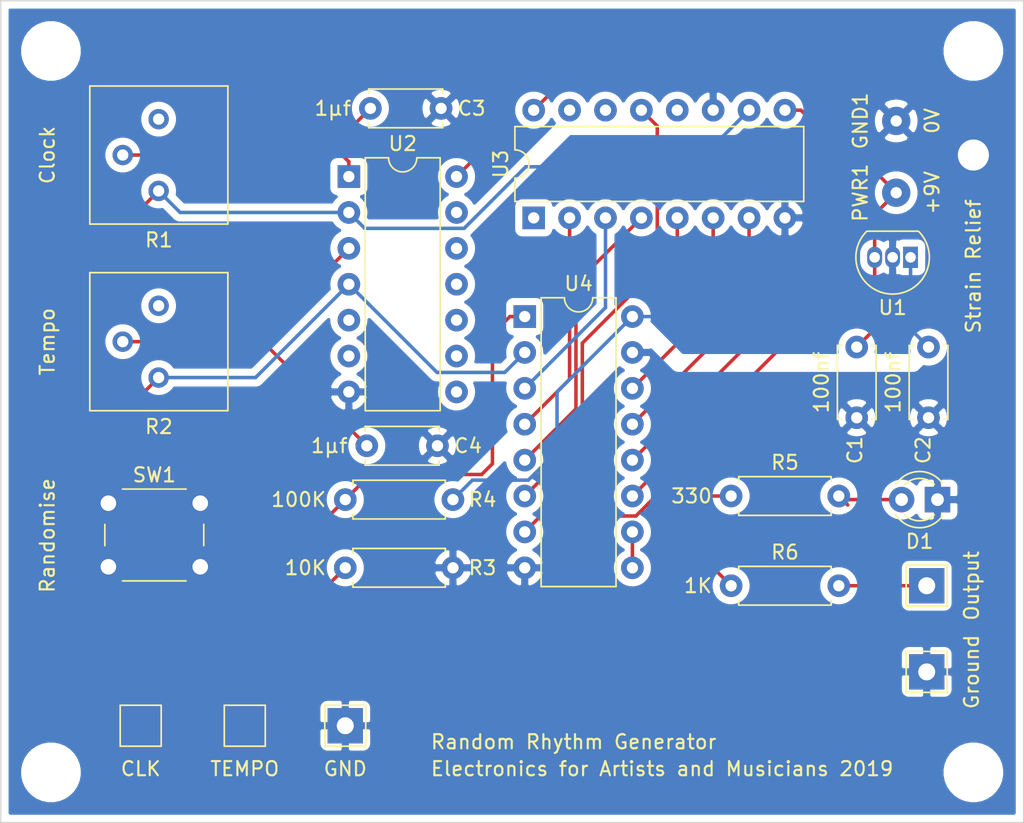
<source format=kicad_pcb>
(kicad_pcb (version 20171130) (host pcbnew "(5.1.2-1)-1")

  (general
    (thickness 1.6)
    (drawings 6)
    (tracks 117)
    (zones 0)
    (modules 28)
    (nets 22)
  )

  (page A4)
  (layers
    (0 F.Cu signal)
    (31 B.Cu signal)
    (33 F.Adhes user)
    (35 F.Paste user)
    (37 F.SilkS user)
    (39 F.Mask user)
    (40 Dwgs.User user)
    (41 Cmts.User user)
    (42 Eco1.User user)
    (43 Eco2.User user)
    (44 Edge.Cuts user)
    (45 Margin user)
    (46 B.CrtYd user)
    (47 F.CrtYd user)
    (49 F.Fab user hide)
  )

  (setup
    (last_trace_width 0.25)
    (trace_clearance 0.2)
    (zone_clearance 0.508)
    (zone_45_only no)
    (trace_min 0.2)
    (via_size 0.8)
    (via_drill 0.4)
    (via_min_size 0.4)
    (via_min_drill 0.3)
    (uvia_size 0.3)
    (uvia_drill 0.1)
    (uvias_allowed no)
    (uvia_min_size 0.2)
    (uvia_min_drill 0.1)
    (edge_width 0.05)
    (segment_width 0.2)
    (pcb_text_width 0.3)
    (pcb_text_size 1.5 1.5)
    (mod_edge_width 0.12)
    (mod_text_size 1 1)
    (mod_text_width 0.15)
    (pad_size 3.2 3.2)
    (pad_drill 3.2)
    (pad_to_mask_clearance 0.051)
    (solder_mask_min_width 0.25)
    (aux_axis_origin 0 0)
    (visible_elements FFFFFF7F)
    (pcbplotparams
      (layerselection 0x010fc_ffffffff)
      (usegerberextensions false)
      (usegerberattributes false)
      (usegerberadvancedattributes false)
      (creategerberjobfile false)
      (excludeedgelayer true)
      (linewidth 0.100000)
      (plotframeref false)
      (viasonmask false)
      (mode 1)
      (useauxorigin false)
      (hpglpennumber 1)
      (hpglpenspeed 20)
      (hpglpendiameter 15.000000)
      (psnegative false)
      (psa4output false)
      (plotreference true)
      (plotvalue true)
      (plotinvisibletext false)
      (padsonsilk false)
      (subtractmaskfromsilk false)
      (outputformat 1)
      (mirror false)
      (drillshape 1)
      (scaleselection 1)
      (outputdirectory ""))
  )

  (net 0 "")
  (net 1 GND)
  (net 2 +9V)
  (net 3 +5V)
  (net 4 "Net-(C3-Pad1)")
  (net 5 "Net-(C4-Pad1)")
  (net 6 "Net-(D1-Pad2)")
  (net 7 "Net-(R3-Pad1)")
  (net 8 "Net-(R4-Pad2)")
  (net 9 "Net-(U3-Pad7)")
  (net 10 "Net-(U3-Pad6)")
  (net 11 "Net-(U3-Pad13)")
  (net 12 "Net-(U3-Pad5)")
  (net 13 "Net-(U3-Pad4)")
  (net 14 "Net-(U3-Pad3)")
  (net 15 "Net-(U3-Pad2)")
  (net 16 "Net-(U3-Pad9)")
  (net 17 "Net-(U4-Pad10)")
  (net 18 "Net-(PROBE2-Pad1)")
  (net 19 "Net-(PROBE3-Pad1)")
  (net 20 "Net-(Output1-Pad1)")
  (net 21 "Net-(R5-Pad1)")

  (net_class Default "This is the default net class."
    (clearance 0.2)
    (trace_width 0.25)
    (via_dia 0.8)
    (via_drill 0.4)
    (uvia_dia 0.3)
    (uvia_drill 0.1)
    (add_net +5V)
    (add_net +9V)
    (add_net GND)
    (add_net "Net-(C3-Pad1)")
    (add_net "Net-(C4-Pad1)")
    (add_net "Net-(D1-Pad2)")
    (add_net "Net-(Output1-Pad1)")
    (add_net "Net-(PROBE2-Pad1)")
    (add_net "Net-(PROBE3-Pad1)")
    (add_net "Net-(R1-Pad1)")
    (add_net "Net-(R2-Pad1)")
    (add_net "Net-(R3-Pad1)")
    (add_net "Net-(R4-Pad2)")
    (add_net "Net-(R5-Pad1)")
    (add_net "Net-(U3-Pad1)")
    (add_net "Net-(U3-Pad12)")
    (add_net "Net-(U3-Pad13)")
    (add_net "Net-(U3-Pad14)")
    (add_net "Net-(U3-Pad15)")
    (add_net "Net-(U3-Pad2)")
    (add_net "Net-(U3-Pad3)")
    (add_net "Net-(U3-Pad4)")
    (add_net "Net-(U3-Pad5)")
    (add_net "Net-(U3-Pad6)")
    (add_net "Net-(U3-Pad7)")
    (add_net "Net-(U3-Pad9)")
    (add_net "Net-(U4-Pad10)")
  )

  (module MountingHole:MountingHole_2.2mm_M2 locked (layer F.Cu) (tedit 56D1B4CB) (tstamp 5D21C762)
    (at 153.67 57.15)
    (descr "Mounting Hole 2.2mm, no annular, M2")
    (tags "mounting hole 2.2mm no annular m2")
    (attr virtual)
    (fp_text reference REF** (at 0 -3.2) (layer F.SilkS) hide
      (effects (font (size 1 1) (thickness 0.15)))
    )
    (fp_text value "Strain Relief" (at 0 3.2) (layer F.Fab) hide
      (effects (font (size 1 1) (thickness 0.15)))
    )
    (fp_circle (center 0 0) (end 2.45 0) (layer F.CrtYd) (width 0.05))
    (fp_circle (center 0 0) (end 2.2 0) (layer Cmts.User) (width 0.15))
    (fp_text user %R (at 0.3 0) (layer F.Fab) hide
      (effects (font (size 1 1) (thickness 0.15)))
    )
    (fp_text user "Strain Relief" (at 0 7.874 90) (layer F.SilkS)
      (effects (font (size 1 1) (thickness 0.15)))
    )
    (pad 1 np_thru_hole circle (at 0 0) (size 2.2 2.2) (drill 2.2) (layers *.Cu *.Mask))
  )

  (module Button_Switch_THT:SW_PUSH_6mm_H9.5mm (layer F.Cu) (tedit 5A02FE31) (tstamp 5D208890)
    (at 92.456 81.788)
    (descr "tactile push button, 6x6mm e.g. PHAP33xx series, height=9.5mm")
    (tags "tact sw push 6mm")
    (path /5D266CBD)
    (fp_text reference SW1 (at 3.25 -2) (layer F.SilkS)
      (effects (font (size 1 1) (thickness 0.15)))
    )
    (fp_text value SW_Push (at 3.75 6.7) (layer F.Fab)
      (effects (font (size 1 1) (thickness 0.15)))
    )
    (fp_circle (center 3.25 2.25) (end 1.25 2.5) (layer F.Fab) (width 0.1))
    (fp_line (start 6.75 3) (end 6.75 1.5) (layer F.SilkS) (width 0.12))
    (fp_line (start 5.5 -1) (end 1 -1) (layer F.SilkS) (width 0.12))
    (fp_line (start -0.25 1.5) (end -0.25 3) (layer F.SilkS) (width 0.12))
    (fp_line (start 1 5.5) (end 5.5 5.5) (layer F.SilkS) (width 0.12))
    (fp_line (start 8 -1.25) (end 8 5.75) (layer F.CrtYd) (width 0.05))
    (fp_line (start 7.75 6) (end -1.25 6) (layer F.CrtYd) (width 0.05))
    (fp_line (start -1.5 5.75) (end -1.5 -1.25) (layer F.CrtYd) (width 0.05))
    (fp_line (start -1.25 -1.5) (end 7.75 -1.5) (layer F.CrtYd) (width 0.05))
    (fp_line (start -1.5 6) (end -1.25 6) (layer F.CrtYd) (width 0.05))
    (fp_line (start -1.5 5.75) (end -1.5 6) (layer F.CrtYd) (width 0.05))
    (fp_line (start -1.5 -1.5) (end -1.25 -1.5) (layer F.CrtYd) (width 0.05))
    (fp_line (start -1.5 -1.25) (end -1.5 -1.5) (layer F.CrtYd) (width 0.05))
    (fp_line (start 8 -1.5) (end 8 -1.25) (layer F.CrtYd) (width 0.05))
    (fp_line (start 7.75 -1.5) (end 8 -1.5) (layer F.CrtYd) (width 0.05))
    (fp_line (start 8 6) (end 8 5.75) (layer F.CrtYd) (width 0.05))
    (fp_line (start 7.75 6) (end 8 6) (layer F.CrtYd) (width 0.05))
    (fp_line (start 0.25 -0.75) (end 3.25 -0.75) (layer F.Fab) (width 0.1))
    (fp_line (start 0.25 5.25) (end 0.25 -0.75) (layer F.Fab) (width 0.1))
    (fp_line (start 6.25 5.25) (end 0.25 5.25) (layer F.Fab) (width 0.1))
    (fp_line (start 6.25 -0.75) (end 6.25 5.25) (layer F.Fab) (width 0.1))
    (fp_line (start 3.25 -0.75) (end 6.25 -0.75) (layer F.Fab) (width 0.1))
    (fp_text user %R (at 3.25 2.25) (layer F.Fab)
      (effects (font (size 1 1) (thickness 0.15)))
    )
    (fp_text user Randomise (at -4.318 2.286 270) (layer F.SilkS)
      (effects (font (size 1 1) (thickness 0.15)))
    )
    (pad 1 thru_hole circle (at 6.5 0 90) (size 2 2) (drill 1.1) (layers *.Cu *.Mask)
      (net 8 "Net-(R4-Pad2)"))
    (pad 2 thru_hole circle (at 6.5 4.5 90) (size 2 2) (drill 1.1) (layers *.Cu *.Mask)
      (net 7 "Net-(R3-Pad1)"))
    (pad 1 thru_hole circle (at 0 0 90) (size 2 2) (drill 1.1) (layers *.Cu *.Mask)
      (net 8 "Net-(R4-Pad2)"))
    (pad 2 thru_hole circle (at 0 4.5 90) (size 2 2) (drill 1.1) (layers *.Cu *.Mask)
      (net 7 "Net-(R3-Pad1)"))
    (model ${KISYS3DMOD}/Button_Switch_THT.3dshapes/SW_PUSH_6mm_H9.5mm.wrl
      (at (xyz 0 0 0))
      (scale (xyz 1 1 1))
      (rotate (xyz 0 0 0))
    )
  )

  (module MountingHole:MountingHole_3.2mm_M3 locked (layer F.Cu) (tedit 56D1B4CB) (tstamp 5D21B1E5)
    (at 88.392 49.784)
    (descr "Mounting Hole 3.2mm, no annular, M3")
    (tags "mounting hole 3.2mm no annular m3")
    (attr virtual)
    (fp_text reference REF** (at 0 -4.2) (layer F.SilkS) hide
      (effects (font (size 1 1) (thickness 0.15)))
    )
    (fp_text value MountingHole_3.2mm_M3 (at 0 4.2) (layer F.Fab) hide
      (effects (font (size 1 1) (thickness 0.15)))
    )
    (fp_circle (center 0 0) (end 3.45 0) (layer F.CrtYd) (width 0.05))
    (fp_circle (center 0 0) (end 3.2 0) (layer Cmts.User) (width 0.15))
    (fp_text user %R (at 0.3 0) (layer F.Fab) hide
      (effects (font (size 1 1) (thickness 0.15)))
    )
    (pad 1 np_thru_hole circle (at 0 0) (size 3.2 3.2) (drill 3.2) (layers *.Cu *.Mask))
  )

  (module MountingHole:MountingHole_3.2mm_M3 locked (layer F.Cu) (tedit 56D1B4CB) (tstamp 5D21B1D7)
    (at 88.392 100.838)
    (descr "Mounting Hole 3.2mm, no annular, M3")
    (tags "mounting hole 3.2mm no annular m3")
    (attr virtual)
    (fp_text reference REF** (at 0 -4.2) (layer F.SilkS) hide
      (effects (font (size 1 1) (thickness 0.15)))
    )
    (fp_text value MountingHole_3.2mm_M3 (at 0 4.2) (layer F.Fab) hide
      (effects (font (size 1 1) (thickness 0.15)))
    )
    (fp_text user %R (at 0.3 0) (layer F.Fab) hide
      (effects (font (size 1 1) (thickness 0.15)))
    )
    (fp_circle (center 0 0) (end 3.2 0) (layer Cmts.User) (width 0.15))
    (fp_circle (center 0 0) (end 3.45 0) (layer F.CrtYd) (width 0.05))
    (pad 1 np_thru_hole circle (at 0 0) (size 3.2 3.2) (drill 3.2) (layers *.Cu *.Mask))
  )

  (module MountingHole:MountingHole_3.2mm_M3 locked (layer F.Cu) (tedit 56D1B4CB) (tstamp 5D21B1C9)
    (at 153.67 100.838)
    (descr "Mounting Hole 3.2mm, no annular, M3")
    (tags "mounting hole 3.2mm no annular m3")
    (attr virtual)
    (fp_text reference REF** (at 0 -4.2) (layer F.SilkS) hide
      (effects (font (size 1 1) (thickness 0.15)))
    )
    (fp_text value MountingHole_3.2mm_M3 (at 0 4.2) (layer F.Fab) hide
      (effects (font (size 1 1) (thickness 0.15)))
    )
    (fp_circle (center 0 0) (end 3.45 0) (layer F.CrtYd) (width 0.05))
    (fp_circle (center 0 0) (end 3.2 0) (layer Cmts.User) (width 0.15))
    (fp_text user %R (at 0.3 0) (layer F.Fab) hide
      (effects (font (size 1 1) (thickness 0.15)))
    )
    (pad 1 np_thru_hole circle (at 0 0) (size 3.2 3.2) (drill 3.2) (layers *.Cu *.Mask))
  )

  (module MountingHole:MountingHole_3.2mm_M3 locked (layer F.Cu) (tedit 56D1B4CB) (tstamp 5D21A5F8)
    (at 153.67 49.784)
    (descr "Mounting Hole 3.2mm, no annular, M3")
    (tags "mounting hole 3.2mm no annular m3")
    (attr virtual)
    (fp_text reference REF** (at 0 -4.2) (layer F.SilkS) hide
      (effects (font (size 1 1) (thickness 0.15)))
    )
    (fp_text value MountingHole_3.2mm_M3 (at 0 4.2) (layer F.Fab) hide
      (effects (font (size 1 1) (thickness 0.15)))
    )
    (fp_text user %R (at 0.3 0) (layer F.Fab) hide
      (effects (font (size 1 1) (thickness 0.15)))
    )
    (fp_circle (center 0 0) (end 3.2 0) (layer Cmts.User) (width 0.15))
    (fp_circle (center 0 0) (end 3.45 0) (layer F.CrtYd) (width 0.05))
    (pad 1 np_thru_hole circle (at 0 0) (size 3.2 3.2) (drill 3.2) (layers *.Cu *.Mask))
  )

  (module Package_DIP:DIP-14_W7.62mm (layer F.Cu) (tedit 5A02E8C5) (tstamp 5D216272)
    (at 109.474 58.674)
    (descr "14-lead though-hole mounted DIP package, row spacing 7.62 mm (300 mils)")
    (tags "THT DIP DIL PDIP 2.54mm 7.62mm 300mil")
    (path /5D211D43)
    (fp_text reference U2 (at 3.81 -2.33) (layer F.SilkS)
      (effects (font (size 1 1) (thickness 0.15)))
    )
    (fp_text value 40106 (at 3.81 17.57) (layer F.Fab)
      (effects (font (size 1 1) (thickness 0.15)))
    )
    (fp_text user %R (at 3.81 7.62) (layer F.Fab)
      (effects (font (size 1 1) (thickness 0.15)))
    )
    (fp_line (start 8.7 -1.55) (end -1.1 -1.55) (layer F.CrtYd) (width 0.05))
    (fp_line (start 8.7 16.8) (end 8.7 -1.55) (layer F.CrtYd) (width 0.05))
    (fp_line (start -1.1 16.8) (end 8.7 16.8) (layer F.CrtYd) (width 0.05))
    (fp_line (start -1.1 -1.55) (end -1.1 16.8) (layer F.CrtYd) (width 0.05))
    (fp_line (start 6.46 -1.33) (end 4.81 -1.33) (layer F.SilkS) (width 0.12))
    (fp_line (start 6.46 16.57) (end 6.46 -1.33) (layer F.SilkS) (width 0.12))
    (fp_line (start 1.16 16.57) (end 6.46 16.57) (layer F.SilkS) (width 0.12))
    (fp_line (start 1.16 -1.33) (end 1.16 16.57) (layer F.SilkS) (width 0.12))
    (fp_line (start 2.81 -1.33) (end 1.16 -1.33) (layer F.SilkS) (width 0.12))
    (fp_line (start 0.635 -0.27) (end 1.635 -1.27) (layer F.Fab) (width 0.1))
    (fp_line (start 0.635 16.51) (end 0.635 -0.27) (layer F.Fab) (width 0.1))
    (fp_line (start 6.985 16.51) (end 0.635 16.51) (layer F.Fab) (width 0.1))
    (fp_line (start 6.985 -1.27) (end 6.985 16.51) (layer F.Fab) (width 0.1))
    (fp_line (start 1.635 -1.27) (end 6.985 -1.27) (layer F.Fab) (width 0.1))
    (fp_arc (start 3.81 -1.33) (end 2.81 -1.33) (angle -180) (layer F.SilkS) (width 0.12))
    (pad 14 thru_hole oval (at 7.62 0) (size 1.6 1.6) (drill 0.8) (layers *.Cu *.Mask)
      (net 2 +9V))
    (pad 7 thru_hole oval (at 0 15.24) (size 1.6 1.6) (drill 0.8) (layers *.Cu *.Mask)
      (net 1 GND))
    (pad 13 thru_hole oval (at 7.62 2.54) (size 1.6 1.6) (drill 0.8) (layers *.Cu *.Mask))
    (pad 6 thru_hole oval (at 0 12.7) (size 1.6 1.6) (drill 0.8) (layers *.Cu *.Mask))
    (pad 12 thru_hole oval (at 7.62 5.08) (size 1.6 1.6) (drill 0.8) (layers *.Cu *.Mask))
    (pad 5 thru_hole oval (at 0 10.16) (size 1.6 1.6) (drill 0.8) (layers *.Cu *.Mask))
    (pad 11 thru_hole oval (at 7.62 7.62) (size 1.6 1.6) (drill 0.8) (layers *.Cu *.Mask))
    (pad 4 thru_hole oval (at 0 7.62) (size 1.6 1.6) (drill 0.8) (layers *.Cu *.Mask)
      (net 19 "Net-(PROBE3-Pad1)"))
    (pad 10 thru_hole oval (at 7.62 10.16) (size 1.6 1.6) (drill 0.8) (layers *.Cu *.Mask))
    (pad 3 thru_hole oval (at 0 5.08) (size 1.6 1.6) (drill 0.8) (layers *.Cu *.Mask)
      (net 5 "Net-(C4-Pad1)"))
    (pad 9 thru_hole oval (at 7.62 12.7) (size 1.6 1.6) (drill 0.8) (layers *.Cu *.Mask))
    (pad 2 thru_hole oval (at 0 2.54) (size 1.6 1.6) (drill 0.8) (layers *.Cu *.Mask)
      (net 18 "Net-(PROBE2-Pad1)"))
    (pad 8 thru_hole oval (at 7.62 15.24) (size 1.6 1.6) (drill 0.8) (layers *.Cu *.Mask))
    (pad 1 thru_hole rect (at 0 0) (size 1.6 1.6) (drill 0.8) (layers *.Cu *.Mask)
      (net 4 "Net-(C3-Pad1)"))
    (model ${KISYS3DMOD}/Package_DIP.3dshapes/DIP-14_W7.62mm.wrl
      (at (xyz 0 0 0))
      (scale (xyz 1 1 1))
      (rotate (xyz 0 0 0))
    )
  )

  (module Connector_Wire:SolderWirePad_1x01_Drill0.8mm (layer F.Cu) (tedit 5A2676A0) (tstamp 5D21A7C6)
    (at 148.209 59.817 90)
    (descr "Wire solder connection")
    (tags connector)
    (path /5D2300AE)
    (attr virtual)
    (fp_text reference PWR1 (at 0 -2.54 90) (layer F.SilkS)
      (effects (font (size 1 1) (thickness 0.15)))
    )
    (fp_text value +9V (at 0 2.54 90) (layer F.SilkS)
      (effects (font (size 1 1) (thickness 0.15)))
    )
    (fp_line (start 1.5 1.5) (end -1.5 1.5) (layer F.CrtYd) (width 0.05))
    (fp_line (start 1.5 1.5) (end 1.5 -1.5) (layer F.CrtYd) (width 0.05))
    (fp_line (start -1.5 -1.5) (end -1.5 1.5) (layer F.CrtYd) (width 0.05))
    (fp_line (start -1.5 -1.5) (end 1.5 -1.5) (layer F.CrtYd) (width 0.05))
    (fp_text user %R (at 0 0 90) (layer F.Fab)
      (effects (font (size 1 1) (thickness 0.15)))
    )
    (pad 1 thru_hole circle (at 0 0 90) (size 1.99898 1.99898) (drill 0.8001) (layers *.Cu *.Mask)
      (net 2 +9V))
  )

  (module TestPoint:TestPoint_Pad_2.5x2.5mm locked (layer F.Cu) (tedit 5A0F774F) (tstamp 5D1FFA55)
    (at 102.108 97.536)
    (descr "SMD rectangular pad as test Point, square 2.5mm side length")
    (tags "test point SMD pad rectangle square")
    (path /5D25C702)
    (attr virtual)
    (fp_text reference PROBE3 (at 0 -2.148) (layer F.SilkS) hide
      (effects (font (size 1 1) (thickness 0.15)))
    )
    (fp_text value TEMPO (at 0 3.048) (layer F.SilkS)
      (effects (font (size 1 1) (thickness 0.15)))
    )
    (fp_text user %R (at 0 -2.15) (layer F.Fab)
      (effects (font (size 1 1) (thickness 0.15)))
    )
    (fp_line (start -1.45 -1.45) (end 1.45 -1.45) (layer F.SilkS) (width 0.12))
    (fp_line (start 1.45 -1.45) (end 1.45 1.45) (layer F.SilkS) (width 0.12))
    (fp_line (start 1.45 1.45) (end -1.45 1.45) (layer F.SilkS) (width 0.12))
    (fp_line (start -1.45 1.45) (end -1.45 -1.45) (layer F.SilkS) (width 0.12))
    (fp_line (start -1.75 -1.75) (end 1.75 -1.75) (layer F.CrtYd) (width 0.05))
    (fp_line (start -1.75 -1.75) (end -1.75 1.75) (layer F.CrtYd) (width 0.05))
    (fp_line (start 1.75 1.75) (end 1.75 -1.75) (layer F.CrtYd) (width 0.05))
    (fp_line (start 1.75 1.75) (end -1.75 1.75) (layer F.CrtYd) (width 0.05))
    (pad 1 smd rect (at 0 0) (size 2.5 2.5) (layers F.Cu F.Mask)
      (net 19 "Net-(PROBE3-Pad1)"))
  )

  (module TestPoint:TestPoint_Pad_2.5x2.5mm locked (layer F.Cu) (tedit 5A0F774F) (tstamp 5D1FFA4B)
    (at 94.742 97.536)
    (descr "SMD rectangular pad as test Point, square 2.5mm side length")
    (tags "test point SMD pad rectangle square")
    (path /5D25D38C)
    (attr virtual)
    (fp_text reference PROBE2 (at 0 -2.148) (layer F.SilkS) hide
      (effects (font (size 1 1) (thickness 0.15)))
    )
    (fp_text value CLK (at 0 3.048) (layer F.SilkS)
      (effects (font (size 1 1) (thickness 0.15)))
    )
    (fp_text user %R (at 0 -2.15) (layer F.Fab)
      (effects (font (size 1 1) (thickness 0.15)))
    )
    (fp_line (start -1.45 -1.45) (end 1.45 -1.45) (layer F.SilkS) (width 0.12))
    (fp_line (start 1.45 -1.45) (end 1.45 1.45) (layer F.SilkS) (width 0.12))
    (fp_line (start 1.45 1.45) (end -1.45 1.45) (layer F.SilkS) (width 0.12))
    (fp_line (start -1.45 1.45) (end -1.45 -1.45) (layer F.SilkS) (width 0.12))
    (fp_line (start -1.75 -1.75) (end 1.75 -1.75) (layer F.CrtYd) (width 0.05))
    (fp_line (start -1.75 -1.75) (end -1.75 1.75) (layer F.CrtYd) (width 0.05))
    (fp_line (start 1.75 1.75) (end 1.75 -1.75) (layer F.CrtYd) (width 0.05))
    (fp_line (start 1.75 1.75) (end -1.75 1.75) (layer F.CrtYd) (width 0.05))
    (pad 1 smd rect (at 0 0) (size 2.5 2.5) (layers F.Cu F.Mask)
      (net 18 "Net-(PROBE2-Pad1)"))
  )

  (module TestPoint:TestPoint_THTPad_2.5x2.5mm_Drill1.2mm locked (layer F.Cu) (tedit 5A0F774F) (tstamp 5D21A249)
    (at 109.22 97.536)
    (descr "THT rectangular pad as test Point, square 2.5mm side length, hole diameter 1.2mm")
    (tags "test point THT pad rectangle square")
    (path /5D25ABD9)
    (attr virtual)
    (fp_text reference PROBE1 (at 0 -2.148) (layer F.SilkS) hide
      (effects (font (size 1 1) (thickness 0.15)))
    )
    (fp_text value GND (at 0 3.048) (layer F.SilkS)
      (effects (font (size 1 1) (thickness 0.15)))
    )
    (fp_text user %R (at 0 -2.15) (layer F.Fab)
      (effects (font (size 1 1) (thickness 0.15)))
    )
    (fp_line (start -1.45 -1.45) (end 1.45 -1.45) (layer F.SilkS) (width 0.12))
    (fp_line (start 1.45 -1.45) (end 1.45 1.45) (layer F.SilkS) (width 0.12))
    (fp_line (start 1.45 1.45) (end -1.45 1.45) (layer F.SilkS) (width 0.12))
    (fp_line (start -1.45 1.45) (end -1.45 -1.45) (layer F.SilkS) (width 0.12))
    (fp_line (start -1.75 -1.75) (end 1.75 -1.75) (layer F.CrtYd) (width 0.05))
    (fp_line (start -1.75 -1.75) (end -1.75 1.75) (layer F.CrtYd) (width 0.05))
    (fp_line (start 1.75 1.75) (end 1.75 -1.75) (layer F.CrtYd) (width 0.05))
    (fp_line (start 1.75 1.75) (end -1.75 1.75) (layer F.CrtYd) (width 0.05))
    (pad 1 thru_hole rect (at 0 0) (size 2.5 2.5) (drill 1.2) (layers *.Cu *.Mask)
      (net 1 GND))
  )

  (module Resistor_THT:R_Axial_DIN0207_L6.3mm_D2.5mm_P7.62mm_Horizontal (layer F.Cu) (tedit 5AE5139B) (tstamp 5D20E92A)
    (at 136.525 87.63)
    (descr "Resistor, Axial_DIN0207 series, Axial, Horizontal, pin pitch=7.62mm, 0.25W = 1/4W, length*diameter=6.3*2.5mm^2, http://cdn-reichelt.de/documents/datenblatt/B400/1_4W%23YAG.pdf")
    (tags "Resistor Axial_DIN0207 series Axial Horizontal pin pitch 7.62mm 0.25W = 1/4W length 6.3mm diameter 2.5mm")
    (path /5D22A0E3)
    (fp_text reference R6 (at 3.81 -2.37) (layer F.SilkS)
      (effects (font (size 1 1) (thickness 0.15)))
    )
    (fp_text value 1K (at -1.27 0) (layer F.SilkS)
      (effects (font (size 1 1) (thickness 0.15)) (justify right))
    )
    (fp_text user %R (at 3.81 0) (layer F.Fab)
      (effects (font (size 1 1) (thickness 0.15)))
    )
    (fp_line (start 8.67 -1.5) (end -1.05 -1.5) (layer F.CrtYd) (width 0.05))
    (fp_line (start 8.67 1.5) (end 8.67 -1.5) (layer F.CrtYd) (width 0.05))
    (fp_line (start -1.05 1.5) (end 8.67 1.5) (layer F.CrtYd) (width 0.05))
    (fp_line (start -1.05 -1.5) (end -1.05 1.5) (layer F.CrtYd) (width 0.05))
    (fp_line (start 7.08 1.37) (end 7.08 1.04) (layer F.SilkS) (width 0.12))
    (fp_line (start 0.54 1.37) (end 7.08 1.37) (layer F.SilkS) (width 0.12))
    (fp_line (start 0.54 1.04) (end 0.54 1.37) (layer F.SilkS) (width 0.12))
    (fp_line (start 7.08 -1.37) (end 7.08 -1.04) (layer F.SilkS) (width 0.12))
    (fp_line (start 0.54 -1.37) (end 7.08 -1.37) (layer F.SilkS) (width 0.12))
    (fp_line (start 0.54 -1.04) (end 0.54 -1.37) (layer F.SilkS) (width 0.12))
    (fp_line (start 7.62 0) (end 6.96 0) (layer F.Fab) (width 0.1))
    (fp_line (start 0 0) (end 0.66 0) (layer F.Fab) (width 0.1))
    (fp_line (start 6.96 -1.25) (end 0.66 -1.25) (layer F.Fab) (width 0.1))
    (fp_line (start 6.96 1.25) (end 6.96 -1.25) (layer F.Fab) (width 0.1))
    (fp_line (start 0.66 1.25) (end 6.96 1.25) (layer F.Fab) (width 0.1))
    (fp_line (start 0.66 -1.25) (end 0.66 1.25) (layer F.Fab) (width 0.1))
    (pad 2 thru_hole oval (at 7.62 0) (size 1.6 1.6) (drill 0.8) (layers *.Cu *.Mask)
      (net 20 "Net-(Output1-Pad1)"))
    (pad 1 thru_hole circle (at 0 0) (size 1.6 1.6) (drill 0.8) (layers *.Cu *.Mask)
      (net 21 "Net-(R5-Pad1)"))
    (model ${KISYS3DMOD}/Resistor_THT.3dshapes/R_Axial_DIN0207_L6.3mm_D2.5mm_P7.62mm_Horizontal.wrl
      (at (xyz 0 0 0))
      (scale (xyz 1 1 1))
      (rotate (xyz 0 0 0))
    )
  )

  (module TestPoint:TestPoint_THTPad_2.5x2.5mm_Drill1.2mm (layer F.Cu) (tedit 5A0F774F) (tstamp 5D20E7B9)
    (at 150.368 93.726 270)
    (descr "THT rectangular pad as test Point, square 2.5mm side length, hole diameter 1.2mm")
    (tags "test point THT pad rectangle square")
    (path /5D22ECC4)
    (attr virtual)
    (fp_text reference Output2 (at 0 -3.175 90) (layer F.Fab) hide
      (effects (font (size 1 1) (thickness 0.15)))
    )
    (fp_text value Ground (at 0 -3.175 90) (layer F.SilkS)
      (effects (font (size 1 1) (thickness 0.15)))
    )
    (fp_line (start 1.75 1.75) (end -1.75 1.75) (layer F.CrtYd) (width 0.05))
    (fp_line (start 1.75 1.75) (end 1.75 -1.75) (layer F.CrtYd) (width 0.05))
    (fp_line (start -1.75 -1.75) (end -1.75 1.75) (layer F.CrtYd) (width 0.05))
    (fp_line (start -1.75 -1.75) (end 1.75 -1.75) (layer F.CrtYd) (width 0.05))
    (fp_line (start -1.45 1.45) (end -1.45 -1.45) (layer F.SilkS) (width 0.12))
    (fp_line (start 1.45 1.45) (end -1.45 1.45) (layer F.SilkS) (width 0.12))
    (fp_line (start 1.45 -1.45) (end 1.45 1.45) (layer F.SilkS) (width 0.12))
    (fp_line (start -1.45 -1.45) (end 1.45 -1.45) (layer F.SilkS) (width 0.12))
    (fp_text user GND (at 2.54 0 180) (layer F.Fab)
      (effects (font (size 1 1) (thickness 0.15)))
    )
    (pad 1 thru_hole rect (at 0 0 270) (size 2.5 2.5) (drill 1.2) (layers *.Cu *.Mask)
      (net 1 GND))
  )

  (module TestPoint:TestPoint_THTPad_2.5x2.5mm_Drill1.2mm (layer F.Cu) (tedit 5A0F774F) (tstamp 5D20E7AB)
    (at 150.368 87.63 270)
    (descr "THT rectangular pad as test Point, square 2.5mm side length, hole diameter 1.2mm")
    (tags "test point THT pad rectangle square")
    (path /5D22DC94)
    (attr virtual)
    (fp_text reference Output1 (at 0 -3.175 90) (layer F.Fab) hide
      (effects (font (size 1 1) (thickness 0.15)))
    )
    (fp_text value Output (at 0 -3.175 90) (layer F.SilkS)
      (effects (font (size 1 1) (thickness 0.15)))
    )
    (fp_line (start 1.75 1.75) (end -1.75 1.75) (layer F.CrtYd) (width 0.05))
    (fp_line (start 1.75 1.75) (end 1.75 -1.75) (layer F.CrtYd) (width 0.05))
    (fp_line (start -1.75 -1.75) (end -1.75 1.75) (layer F.CrtYd) (width 0.05))
    (fp_line (start -1.75 -1.75) (end 1.75 -1.75) (layer F.CrtYd) (width 0.05))
    (fp_line (start -1.45 1.45) (end -1.45 -1.45) (layer F.SilkS) (width 0.12))
    (fp_line (start 1.45 1.45) (end -1.45 1.45) (layer F.SilkS) (width 0.12))
    (fp_line (start 1.45 -1.45) (end 1.45 1.45) (layer F.SilkS) (width 0.12))
    (fp_line (start -1.45 -1.45) (end 1.45 -1.45) (layer F.SilkS) (width 0.12))
    (fp_text user OUT (at 2.54 0 180) (layer F.Fab)
      (effects (font (size 1 1) (thickness 0.15)))
    )
    (pad 1 thru_hole rect (at 0 0 270) (size 2.5 2.5) (drill 1.2) (layers *.Cu *.Mask)
      (net 20 "Net-(Output1-Pad1)"))
  )

  (module Connector_Wire:SolderWirePad_1x01_Drill0.8mm (layer F.Cu) (tedit 5A2676A0) (tstamp 5D21C586)
    (at 148.209 54.737 90)
    (descr "Wire solder connection")
    (tags connector)
    (path /5D23321E)
    (attr virtual)
    (fp_text reference GND1 (at 0 -2.54 90) (layer F.SilkS)
      (effects (font (size 1 1) (thickness 0.15)))
    )
    (fp_text value 0V (at 0 2.54 90) (layer F.SilkS)
      (effects (font (size 1 1) (thickness 0.15)))
    )
    (fp_line (start 1.5 1.5) (end -1.5 1.5) (layer F.CrtYd) (width 0.05))
    (fp_line (start 1.5 1.5) (end 1.5 -1.5) (layer F.CrtYd) (width 0.05))
    (fp_line (start -1.5 -1.5) (end -1.5 1.5) (layer F.CrtYd) (width 0.05))
    (fp_line (start -1.5 -1.5) (end 1.5 -1.5) (layer F.CrtYd) (width 0.05))
    (fp_text user %R (at 0 0 90) (layer F.Fab)
      (effects (font (size 1 1) (thickness 0.15)))
    )
    (pad 1 thru_hole circle (at 0 0 90) (size 1.99898 1.99898) (drill 0.8001) (layers *.Cu *.Mask)
      (net 1 GND))
  )

  (module Capacitor_THT:C_Disc_D5.0mm_W2.5mm_P5.00mm (layer F.Cu) (tedit 5AE50EF0) (tstamp 5D1FB415)
    (at 145.415 70.739 270)
    (descr "C, Disc series, Radial, pin pitch=5.00mm, , diameter*width=5*2.5mm^2, Capacitor, http://cdn-reichelt.de/documents/datenblatt/B300/DS_KERKO_TC.pdf")
    (tags "C Disc series Radial pin pitch 5.00mm  diameter 5mm width 2.5mm Capacitor")
    (path /5D1F0D6B)
    (fp_text reference C1 (at 6.223 0.127 90) (layer F.SilkS)
      (effects (font (size 1 1) (thickness 0.15)) (justify right))
    )
    (fp_text value 100nf (at 2.5 2.5 90) (layer F.SilkS)
      (effects (font (size 1 1) (thickness 0.15)))
    )
    (fp_text user %R (at 2.5 0 180) (layer F.Fab)
      (effects (font (size 1 1) (thickness 0.15)))
    )
    (fp_line (start 6.05 -1.5) (end -1.05 -1.5) (layer F.CrtYd) (width 0.05))
    (fp_line (start 6.05 1.5) (end 6.05 -1.5) (layer F.CrtYd) (width 0.05))
    (fp_line (start -1.05 1.5) (end 6.05 1.5) (layer F.CrtYd) (width 0.05))
    (fp_line (start -1.05 -1.5) (end -1.05 1.5) (layer F.CrtYd) (width 0.05))
    (fp_line (start 5.12 1.055) (end 5.12 1.37) (layer F.SilkS) (width 0.12))
    (fp_line (start 5.12 -1.37) (end 5.12 -1.055) (layer F.SilkS) (width 0.12))
    (fp_line (start -0.12 1.055) (end -0.12 1.37) (layer F.SilkS) (width 0.12))
    (fp_line (start -0.12 -1.37) (end -0.12 -1.055) (layer F.SilkS) (width 0.12))
    (fp_line (start -0.12 1.37) (end 5.12 1.37) (layer F.SilkS) (width 0.12))
    (fp_line (start -0.12 -1.37) (end 5.12 -1.37) (layer F.SilkS) (width 0.12))
    (fp_line (start 5 -1.25) (end 0 -1.25) (layer F.Fab) (width 0.1))
    (fp_line (start 5 1.25) (end 5 -1.25) (layer F.Fab) (width 0.1))
    (fp_line (start 0 1.25) (end 5 1.25) (layer F.Fab) (width 0.1))
    (fp_line (start 0 -1.25) (end 0 1.25) (layer F.Fab) (width 0.1))
    (pad 2 thru_hole circle (at 5 0 270) (size 1.6 1.6) (drill 0.8) (layers *.Cu *.Mask)
      (net 1 GND))
    (pad 1 thru_hole circle (at 0 0 270) (size 1.6 1.6) (drill 0.8) (layers *.Cu *.Mask)
      (net 2 +9V))
    (model ${KISYS3DMOD}/Capacitor_THT.3dshapes/C_Disc_D5.0mm_W2.5mm_P5.00mm.wrl
      (at (xyz 0 0 0))
      (scale (xyz 1 1 1))
      (rotate (xyz 0 0 0))
    )
  )

  (module Capacitor_THT:C_Disc_D5.0mm_W2.5mm_P5.00mm (layer F.Cu) (tedit 5AE50EF0) (tstamp 5D1FB42A)
    (at 150.495 70.739 270)
    (descr "C, Disc series, Radial, pin pitch=5.00mm, , diameter*width=5*2.5mm^2, Capacitor, http://cdn-reichelt.de/documents/datenblatt/B300/DS_KERKO_TC.pdf")
    (tags "C Disc series Radial pin pitch 5.00mm  diameter 5mm width 2.5mm Capacitor")
    (path /5D1F90FA)
    (fp_text reference C2 (at 6.223 0.381 90) (layer F.SilkS)
      (effects (font (size 1 1) (thickness 0.15)) (justify right))
    )
    (fp_text value 100nf (at 2.5 2.5 90) (layer F.SilkS)
      (effects (font (size 1 1) (thickness 0.15)))
    )
    (fp_text user %R (at 2.5 0 90) (layer F.Fab)
      (effects (font (size 1 1) (thickness 0.15)))
    )
    (fp_line (start 6.05 -1.5) (end -1.05 -1.5) (layer F.CrtYd) (width 0.05))
    (fp_line (start 6.05 1.5) (end 6.05 -1.5) (layer F.CrtYd) (width 0.05))
    (fp_line (start -1.05 1.5) (end 6.05 1.5) (layer F.CrtYd) (width 0.05))
    (fp_line (start -1.05 -1.5) (end -1.05 1.5) (layer F.CrtYd) (width 0.05))
    (fp_line (start 5.12 1.055) (end 5.12 1.37) (layer F.SilkS) (width 0.12))
    (fp_line (start 5.12 -1.37) (end 5.12 -1.055) (layer F.SilkS) (width 0.12))
    (fp_line (start -0.12 1.055) (end -0.12 1.37) (layer F.SilkS) (width 0.12))
    (fp_line (start -0.12 -1.37) (end -0.12 -1.055) (layer F.SilkS) (width 0.12))
    (fp_line (start -0.12 1.37) (end 5.12 1.37) (layer F.SilkS) (width 0.12))
    (fp_line (start -0.12 -1.37) (end 5.12 -1.37) (layer F.SilkS) (width 0.12))
    (fp_line (start 5 -1.25) (end 0 -1.25) (layer F.Fab) (width 0.1))
    (fp_line (start 5 1.25) (end 5 -1.25) (layer F.Fab) (width 0.1))
    (fp_line (start 0 1.25) (end 5 1.25) (layer F.Fab) (width 0.1))
    (fp_line (start 0 -1.25) (end 0 1.25) (layer F.Fab) (width 0.1))
    (pad 2 thru_hole circle (at 5 0 270) (size 1.6 1.6) (drill 0.8) (layers *.Cu *.Mask)
      (net 1 GND))
    (pad 1 thru_hole circle (at 0 0 270) (size 1.6 1.6) (drill 0.8) (layers *.Cu *.Mask)
      (net 3 +5V))
    (model ${KISYS3DMOD}/Capacitor_THT.3dshapes/C_Disc_D5.0mm_W2.5mm_P5.00mm.wrl
      (at (xyz 0 0 0))
      (scale (xyz 1 1 1))
      (rotate (xyz 0 0 0))
    )
  )

  (module Capacitor_THT:C_Disc_D5.0mm_W2.5mm_P5.00mm (layer F.Cu) (tedit 5AE50EF0) (tstamp 5D216FF7)
    (at 110.998 53.848)
    (descr "C, Disc series, Radial, pin pitch=5.00mm, , diameter*width=5*2.5mm^2, Capacitor, http://cdn-reichelt.de/documents/datenblatt/B300/DS_KERKO_TC.pdf")
    (tags "C Disc series Radial pin pitch 5.00mm  diameter 5mm width 2.5mm Capacitor")
    (path /5D205245)
    (fp_text reference C3 (at 6.096 0) (layer F.SilkS)
      (effects (font (size 1 1) (thickness 0.15)) (justify left))
    )
    (fp_text value 1µf (at -1.27 0) (layer F.SilkS)
      (effects (font (size 1 1) (thickness 0.15)) (justify right))
    )
    (fp_text user %R (at 2.5 0 90) (layer F.Fab)
      (effects (font (size 1 1) (thickness 0.15)))
    )
    (fp_line (start 6.05 -1.5) (end -1.05 -1.5) (layer F.CrtYd) (width 0.05))
    (fp_line (start 6.05 1.5) (end 6.05 -1.5) (layer F.CrtYd) (width 0.05))
    (fp_line (start -1.05 1.5) (end 6.05 1.5) (layer F.CrtYd) (width 0.05))
    (fp_line (start -1.05 -1.5) (end -1.05 1.5) (layer F.CrtYd) (width 0.05))
    (fp_line (start 5.12 1.055) (end 5.12 1.37) (layer F.SilkS) (width 0.12))
    (fp_line (start 5.12 -1.37) (end 5.12 -1.055) (layer F.SilkS) (width 0.12))
    (fp_line (start -0.12 1.055) (end -0.12 1.37) (layer F.SilkS) (width 0.12))
    (fp_line (start -0.12 -1.37) (end -0.12 -1.055) (layer F.SilkS) (width 0.12))
    (fp_line (start -0.12 1.37) (end 5.12 1.37) (layer F.SilkS) (width 0.12))
    (fp_line (start -0.12 -1.37) (end 5.12 -1.37) (layer F.SilkS) (width 0.12))
    (fp_line (start 5 -1.25) (end 0 -1.25) (layer F.Fab) (width 0.1))
    (fp_line (start 5 1.25) (end 5 -1.25) (layer F.Fab) (width 0.1))
    (fp_line (start 0 1.25) (end 5 1.25) (layer F.Fab) (width 0.1))
    (fp_line (start 0 -1.25) (end 0 1.25) (layer F.Fab) (width 0.1))
    (pad 2 thru_hole circle (at 5 0) (size 1.6 1.6) (drill 0.8) (layers *.Cu *.Mask)
      (net 1 GND))
    (pad 1 thru_hole circle (at 0 0) (size 1.6 1.6) (drill 0.8) (layers *.Cu *.Mask)
      (net 4 "Net-(C3-Pad1)"))
    (model ${KISYS3DMOD}/Capacitor_THT.3dshapes/C_Disc_D5.0mm_W2.5mm_P5.00mm.wrl
      (at (xyz 0 0 0))
      (scale (xyz 1 1 1))
      (rotate (xyz 0 0 0))
    )
  )

  (module Capacitor_THT:C_Disc_D5.0mm_W2.5mm_P5.00mm (layer F.Cu) (tedit 5AE50EF0) (tstamp 5D21800E)
    (at 110.744 77.724)
    (descr "C, Disc series, Radial, pin pitch=5.00mm, , diameter*width=5*2.5mm^2, Capacitor, http://cdn-reichelt.de/documents/datenblatt/B300/DS_KERKO_TC.pdf")
    (tags "C Disc series Radial pin pitch 5.00mm  diameter 5mm width 2.5mm Capacitor")
    (path /5D211D57)
    (fp_text reference C4 (at 6.096 0) (layer F.SilkS)
      (effects (font (size 1 1) (thickness 0.15)) (justify left))
    )
    (fp_text value 1µf (at -1.27 0) (layer F.SilkS)
      (effects (font (size 1 1) (thickness 0.15)) (justify right))
    )
    (fp_text user %R (at 2.5 0) (layer F.Fab)
      (effects (font (size 1 1) (thickness 0.15)))
    )
    (fp_line (start 6.05 -1.5) (end -1.05 -1.5) (layer F.CrtYd) (width 0.05))
    (fp_line (start 6.05 1.5) (end 6.05 -1.5) (layer F.CrtYd) (width 0.05))
    (fp_line (start -1.05 1.5) (end 6.05 1.5) (layer F.CrtYd) (width 0.05))
    (fp_line (start -1.05 -1.5) (end -1.05 1.5) (layer F.CrtYd) (width 0.05))
    (fp_line (start 5.12 1.055) (end 5.12 1.37) (layer F.SilkS) (width 0.12))
    (fp_line (start 5.12 -1.37) (end 5.12 -1.055) (layer F.SilkS) (width 0.12))
    (fp_line (start -0.12 1.055) (end -0.12 1.37) (layer F.SilkS) (width 0.12))
    (fp_line (start -0.12 -1.37) (end -0.12 -1.055) (layer F.SilkS) (width 0.12))
    (fp_line (start -0.12 1.37) (end 5.12 1.37) (layer F.SilkS) (width 0.12))
    (fp_line (start -0.12 -1.37) (end 5.12 -1.37) (layer F.SilkS) (width 0.12))
    (fp_line (start 5 -1.25) (end 0 -1.25) (layer F.Fab) (width 0.1))
    (fp_line (start 5 1.25) (end 5 -1.25) (layer F.Fab) (width 0.1))
    (fp_line (start 0 1.25) (end 5 1.25) (layer F.Fab) (width 0.1))
    (fp_line (start 0 -1.25) (end 0 1.25) (layer F.Fab) (width 0.1))
    (pad 2 thru_hole circle (at 5 0) (size 1.6 1.6) (drill 0.8) (layers *.Cu *.Mask)
      (net 1 GND))
    (pad 1 thru_hole circle (at 0 0) (size 1.6 1.6) (drill 0.8) (layers *.Cu *.Mask)
      (net 5 "Net-(C4-Pad1)"))
    (model ${KISYS3DMOD}/Capacitor_THT.3dshapes/C_Disc_D5.0mm_W2.5mm_P5.00mm.wrl
      (at (xyz 0 0 0))
      (scale (xyz 1 1 1))
      (rotate (xyz 0 0 0))
    )
  )

  (module LED_THT:LED_D3.0mm (layer F.Cu) (tedit 587A3A7B) (tstamp 5D20A44E)
    (at 151.13 81.534 180)
    (descr "LED, diameter 3.0mm, 2 pins")
    (tags "LED diameter 3.0mm 2 pins")
    (path /5D2A12B9)
    (fp_text reference D1 (at 1.27 -2.96) (layer F.SilkS)
      (effects (font (size 1 1) (thickness 0.15)))
    )
    (fp_text value LED (at 1.27 2.96) (layer F.Fab)
      (effects (font (size 1 1) (thickness 0.15)))
    )
    (fp_line (start 3.7 -2.25) (end -1.15 -2.25) (layer F.CrtYd) (width 0.05))
    (fp_line (start 3.7 2.25) (end 3.7 -2.25) (layer F.CrtYd) (width 0.05))
    (fp_line (start -1.15 2.25) (end 3.7 2.25) (layer F.CrtYd) (width 0.05))
    (fp_line (start -1.15 -2.25) (end -1.15 2.25) (layer F.CrtYd) (width 0.05))
    (fp_line (start -0.29 1.08) (end -0.29 1.236) (layer F.SilkS) (width 0.12))
    (fp_line (start -0.29 -1.236) (end -0.29 -1.08) (layer F.SilkS) (width 0.12))
    (fp_line (start -0.23 -1.16619) (end -0.23 1.16619) (layer F.Fab) (width 0.1))
    (fp_circle (center 1.27 0) (end 2.77 0) (layer F.Fab) (width 0.1))
    (fp_arc (start 1.27 0) (end 0.229039 1.08) (angle -87.9) (layer F.SilkS) (width 0.12))
    (fp_arc (start 1.27 0) (end 0.229039 -1.08) (angle 87.9) (layer F.SilkS) (width 0.12))
    (fp_arc (start 1.27 0) (end -0.29 1.235516) (angle -108.8) (layer F.SilkS) (width 0.12))
    (fp_arc (start 1.27 0) (end -0.29 -1.235516) (angle 108.8) (layer F.SilkS) (width 0.12))
    (fp_arc (start 1.27 0) (end -0.23 -1.16619) (angle 284.3) (layer F.Fab) (width 0.1))
    (pad 2 thru_hole circle (at 2.54 0 180) (size 1.8 1.8) (drill 0.9) (layers *.Cu *.Mask)
      (net 6 "Net-(D1-Pad2)"))
    (pad 1 thru_hole rect (at 0 0 180) (size 1.8 1.8) (drill 0.9) (layers *.Cu *.Mask)
      (net 1 GND))
    (model ${KISYS3DMOD}/LED_THT.3dshapes/LED_D3.0mm.wrl
      (at (xyz 0 0 0))
      (scale (xyz 1 1 1))
      (rotate (xyz 0 0 0))
    )
  )

  (module Potentiometer_THT:Potentiometer_Bourns_3386P_Vertical (layer F.Cu) (tedit 5AA07388) (tstamp 5D1FB495)
    (at 96.012 67.818 180)
    (descr "Potentiometer, vertical, Bourns 3386P, https://www.bourns.com/pdfs/3386.pdf")
    (tags "Potentiometer vertical Bourns 3386P")
    (path /5D211D4D)
    (fp_text reference R2 (at -0.015 -8.555) (layer F.SilkS)
      (effects (font (size 1 1) (thickness 0.15)))
    )
    (fp_text value 10K (at -0.015 3.475) (layer F.Fab)
      (effects (font (size 1 1) (thickness 0.15)))
    )
    (fp_text user %R (at -3.78 -2.54 90) (layer F.Fab)
      (effects (font (size 1 1) (thickness 0.15)))
    )
    (fp_line (start 5 -7.56) (end -5.03 -7.56) (layer F.CrtYd) (width 0.05))
    (fp_line (start 5 2.48) (end 5 -7.56) (layer F.CrtYd) (width 0.05))
    (fp_line (start -5.03 2.48) (end 5 2.48) (layer F.CrtYd) (width 0.05))
    (fp_line (start -5.03 -7.56) (end -5.03 2.48) (layer F.CrtYd) (width 0.05))
    (fp_line (start 4.87 -7.425) (end 4.87 2.345) (layer F.SilkS) (width 0.12))
    (fp_line (start -4.9 -7.425) (end -4.9 2.345) (layer F.SilkS) (width 0.12))
    (fp_line (start -4.9 2.345) (end 4.87 2.345) (layer F.SilkS) (width 0.12))
    (fp_line (start -4.9 -7.425) (end 4.87 -7.425) (layer F.SilkS) (width 0.12))
    (fp_line (start -0.891 -0.98) (end -0.89 -4.099) (layer F.Fab) (width 0.1))
    (fp_line (start -0.891 -0.98) (end -0.89 -4.099) (layer F.Fab) (width 0.1))
    (fp_line (start 4.75 -7.305) (end -4.78 -7.305) (layer F.Fab) (width 0.1))
    (fp_line (start 4.75 2.225) (end 4.75 -7.305) (layer F.Fab) (width 0.1))
    (fp_line (start -4.78 2.225) (end 4.75 2.225) (layer F.Fab) (width 0.1))
    (fp_line (start -4.78 -7.305) (end -4.78 2.225) (layer F.Fab) (width 0.1))
    (fp_circle (center -0.891 -2.54) (end 0.684 -2.54) (layer F.Fab) (width 0.1))
    (fp_text user Tempo (at 7.874 -2.54 270) (layer F.SilkS)
      (effects (font (size 1 1) (thickness 0.15)))
    )
    (pad 1 thru_hole circle (at 0 0 180) (size 1.44 1.44) (drill 0.8) (layers *.Cu *.Mask))
    (pad 2 thru_hole circle (at 2.54 -2.54 180) (size 1.44 1.44) (drill 0.8) (layers *.Cu *.Mask)
      (net 5 "Net-(C4-Pad1)"))
    (pad 3 thru_hole circle (at 0 -5.08 180) (size 1.44 1.44) (drill 0.8) (layers *.Cu *.Mask)
      (net 19 "Net-(PROBE3-Pad1)"))
    (model ${KISYS3DMOD}/Potentiometer_THT.3dshapes/Potentiometer_Bourns_3386P_Vertical.wrl
      (at (xyz 0 0 0))
      (scale (xyz 1 1 1))
      (rotate (xyz 0 0 0))
    )
  )

  (module Resistor_THT:R_Axial_DIN0207_L6.3mm_D2.5mm_P7.62mm_Horizontal (layer F.Cu) (tedit 5AE5139B) (tstamp 5D20F666)
    (at 109.22 86.36)
    (descr "Resistor, Axial_DIN0207 series, Axial, Horizontal, pin pitch=7.62mm, 0.25W = 1/4W, length*diameter=6.3*2.5mm^2, http://cdn-reichelt.de/documents/datenblatt/B400/1_4W%23YAG.pdf")
    (tags "Resistor Axial_DIN0207 series Axial Horizontal pin pitch 7.62mm 0.25W = 1/4W length 6.3mm diameter 2.5mm")
    (path /5D269520)
    (fp_text reference R3 (at 8.636 0) (layer F.SilkS)
      (effects (font (size 1 1) (thickness 0.15)) (justify left))
    )
    (fp_text value 10K (at -1.27 0) (layer F.SilkS)
      (effects (font (size 1 1) (thickness 0.15)) (justify right))
    )
    (fp_text user %R (at 3.81 0) (layer F.Fab)
      (effects (font (size 1 1) (thickness 0.15)))
    )
    (fp_line (start 8.67 -1.5) (end -1.05 -1.5) (layer F.CrtYd) (width 0.05))
    (fp_line (start 8.67 1.5) (end 8.67 -1.5) (layer F.CrtYd) (width 0.05))
    (fp_line (start -1.05 1.5) (end 8.67 1.5) (layer F.CrtYd) (width 0.05))
    (fp_line (start -1.05 -1.5) (end -1.05 1.5) (layer F.CrtYd) (width 0.05))
    (fp_line (start 7.08 1.37) (end 7.08 1.04) (layer F.SilkS) (width 0.12))
    (fp_line (start 0.54 1.37) (end 7.08 1.37) (layer F.SilkS) (width 0.12))
    (fp_line (start 0.54 1.04) (end 0.54 1.37) (layer F.SilkS) (width 0.12))
    (fp_line (start 7.08 -1.37) (end 7.08 -1.04) (layer F.SilkS) (width 0.12))
    (fp_line (start 0.54 -1.37) (end 7.08 -1.37) (layer F.SilkS) (width 0.12))
    (fp_line (start 0.54 -1.04) (end 0.54 -1.37) (layer F.SilkS) (width 0.12))
    (fp_line (start 7.62 0) (end 6.96 0) (layer F.Fab) (width 0.1))
    (fp_line (start 0 0) (end 0.66 0) (layer F.Fab) (width 0.1))
    (fp_line (start 6.96 -1.25) (end 0.66 -1.25) (layer F.Fab) (width 0.1))
    (fp_line (start 6.96 1.25) (end 6.96 -1.25) (layer F.Fab) (width 0.1))
    (fp_line (start 0.66 1.25) (end 6.96 1.25) (layer F.Fab) (width 0.1))
    (fp_line (start 0.66 -1.25) (end 0.66 1.25) (layer F.Fab) (width 0.1))
    (pad 2 thru_hole oval (at 7.62 0) (size 1.6 1.6) (drill 0.8) (layers *.Cu *.Mask)
      (net 1 GND))
    (pad 1 thru_hole circle (at 0 0) (size 1.6 1.6) (drill 0.8) (layers *.Cu *.Mask)
      (net 7 "Net-(R3-Pad1)"))
    (model ${KISYS3DMOD}/Resistor_THT.3dshapes/R_Axial_DIN0207_L6.3mm_D2.5mm_P7.62mm_Horizontal.wrl
      (at (xyz 0 0 0))
      (scale (xyz 1 1 1))
      (rotate (xyz 0 0 0))
    )
  )

  (module Potentiometer_THT:Potentiometer_Bourns_3386P_Vertical (layer F.Cu) (tedit 5AA07388) (tstamp 5D206393)
    (at 96.012 54.61 180)
    (descr "Potentiometer, vertical, Bourns 3386P, https://www.bourns.com/pdfs/3386.pdf")
    (tags "Potentiometer vertical Bourns 3386P")
    (path /5D2030A8)
    (fp_text reference R1 (at -0.015 -8.555) (layer F.SilkS)
      (effects (font (size 1 1) (thickness 0.15)))
    )
    (fp_text value 10K (at -0.015 3.475) (layer F.Fab)
      (effects (font (size 1 1) (thickness 0.15)))
    )
    (fp_text user %R (at -3.78 -2.54 90) (layer F.Fab)
      (effects (font (size 1 1) (thickness 0.15)))
    )
    (fp_line (start 5 -7.56) (end -5.03 -7.56) (layer F.CrtYd) (width 0.05))
    (fp_line (start 5 2.48) (end 5 -7.56) (layer F.CrtYd) (width 0.05))
    (fp_line (start -5.03 2.48) (end 5 2.48) (layer F.CrtYd) (width 0.05))
    (fp_line (start -5.03 -7.56) (end -5.03 2.48) (layer F.CrtYd) (width 0.05))
    (fp_line (start 4.87 -7.425) (end 4.87 2.345) (layer F.SilkS) (width 0.12))
    (fp_line (start -4.9 -7.425) (end -4.9 2.345) (layer F.SilkS) (width 0.12))
    (fp_line (start -4.9 2.345) (end 4.87 2.345) (layer F.SilkS) (width 0.12))
    (fp_line (start -4.9 -7.425) (end 4.87 -7.425) (layer F.SilkS) (width 0.12))
    (fp_line (start -0.891 -0.98) (end -0.89 -4.099) (layer F.Fab) (width 0.1))
    (fp_line (start -0.891 -0.98) (end -0.89 -4.099) (layer F.Fab) (width 0.1))
    (fp_line (start 4.75 -7.305) (end -4.78 -7.305) (layer F.Fab) (width 0.1))
    (fp_line (start 4.75 2.225) (end 4.75 -7.305) (layer F.Fab) (width 0.1))
    (fp_line (start -4.78 2.225) (end 4.75 2.225) (layer F.Fab) (width 0.1))
    (fp_line (start -4.78 -7.305) (end -4.78 2.225) (layer F.Fab) (width 0.1))
    (fp_circle (center -0.891 -2.54) (end 0.684 -2.54) (layer F.Fab) (width 0.1))
    (fp_text user Clock (at 7.874 -2.54 270) (layer F.SilkS)
      (effects (font (size 1 1) (thickness 0.15)))
    )
    (pad 1 thru_hole circle (at 0 0 180) (size 1.44 1.44) (drill 0.8) (layers *.Cu *.Mask))
    (pad 2 thru_hole circle (at 2.54 -2.54 180) (size 1.44 1.44) (drill 0.8) (layers *.Cu *.Mask)
      (net 4 "Net-(C3-Pad1)"))
    (pad 3 thru_hole circle (at 0 -5.08 180) (size 1.44 1.44) (drill 0.8) (layers *.Cu *.Mask)
      (net 18 "Net-(PROBE2-Pad1)"))
    (model ${KISYS3DMOD}/Potentiometer_THT.3dshapes/Potentiometer_Bourns_3386P_Vertical.wrl
      (at (xyz 0 0 0))
      (scale (xyz 1 1 1))
      (rotate (xyz 0 0 0))
    )
  )

  (module Package_DIP:DIP-16_W7.62mm (layer F.Cu) (tedit 5A02E8C5) (tstamp 5D1FE62E)
    (at 122.555 61.595 90)
    (descr "16-lead though-hole mounted DIP package, row spacing 7.62 mm (300 mils)")
    (tags "THT DIP DIL PDIP 2.54mm 7.62mm 300mil")
    (path /5D23923B)
    (fp_text reference U3 (at 3.81 -2.33 90) (layer F.SilkS)
      (effects (font (size 1 1) (thickness 0.15)))
    )
    (fp_text value 4040 (at 3.81 20.11 90) (layer F.Fab)
      (effects (font (size 1 1) (thickness 0.15)))
    )
    (fp_text user %R (at 3.81 8.89 90) (layer F.Fab)
      (effects (font (size 1 1) (thickness 0.15)))
    )
    (fp_line (start 8.7 -1.55) (end -1.1 -1.55) (layer F.CrtYd) (width 0.05))
    (fp_line (start 8.7 19.3) (end 8.7 -1.55) (layer F.CrtYd) (width 0.05))
    (fp_line (start -1.1 19.3) (end 8.7 19.3) (layer F.CrtYd) (width 0.05))
    (fp_line (start -1.1 -1.55) (end -1.1 19.3) (layer F.CrtYd) (width 0.05))
    (fp_line (start 6.46 -1.33) (end 4.81 -1.33) (layer F.SilkS) (width 0.12))
    (fp_line (start 6.46 19.11) (end 6.46 -1.33) (layer F.SilkS) (width 0.12))
    (fp_line (start 1.16 19.11) (end 6.46 19.11) (layer F.SilkS) (width 0.12))
    (fp_line (start 1.16 -1.33) (end 1.16 19.11) (layer F.SilkS) (width 0.12))
    (fp_line (start 2.81 -1.33) (end 1.16 -1.33) (layer F.SilkS) (width 0.12))
    (fp_line (start 0.635 -0.27) (end 1.635 -1.27) (layer F.Fab) (width 0.1))
    (fp_line (start 0.635 19.05) (end 0.635 -0.27) (layer F.Fab) (width 0.1))
    (fp_line (start 6.985 19.05) (end 0.635 19.05) (layer F.Fab) (width 0.1))
    (fp_line (start 6.985 -1.27) (end 6.985 19.05) (layer F.Fab) (width 0.1))
    (fp_line (start 1.635 -1.27) (end 6.985 -1.27) (layer F.Fab) (width 0.1))
    (fp_arc (start 3.81 -1.33) (end 2.81 -1.33) (angle -180) (layer F.SilkS) (width 0.12))
    (pad 16 thru_hole oval (at 7.62 0 90) (size 1.6 1.6) (drill 0.8) (layers *.Cu *.Mask)
      (net 2 +9V))
    (pad 8 thru_hole oval (at 0 17.78 90) (size 1.6 1.6) (drill 0.8) (layers *.Cu *.Mask)
      (net 1 GND))
    (pad 15 thru_hole oval (at 7.62 2.54 90) (size 1.6 1.6) (drill 0.8) (layers *.Cu *.Mask))
    (pad 7 thru_hole oval (at 0 15.24 90) (size 1.6 1.6) (drill 0.8) (layers *.Cu *.Mask)
      (net 9 "Net-(U3-Pad7)"))
    (pad 14 thru_hole oval (at 7.62 5.08 90) (size 1.6 1.6) (drill 0.8) (layers *.Cu *.Mask))
    (pad 6 thru_hole oval (at 0 12.7 90) (size 1.6 1.6) (drill 0.8) (layers *.Cu *.Mask)
      (net 10 "Net-(U3-Pad6)"))
    (pad 13 thru_hole oval (at 7.62 7.62 90) (size 1.6 1.6) (drill 0.8) (layers *.Cu *.Mask)
      (net 11 "Net-(U3-Pad13)"))
    (pad 5 thru_hole oval (at 0 10.16 90) (size 1.6 1.6) (drill 0.8) (layers *.Cu *.Mask)
      (net 12 "Net-(U3-Pad5)"))
    (pad 12 thru_hole oval (at 7.62 10.16 90) (size 1.6 1.6) (drill 0.8) (layers *.Cu *.Mask))
    (pad 4 thru_hole oval (at 0 7.62 90) (size 1.6 1.6) (drill 0.8) (layers *.Cu *.Mask)
      (net 13 "Net-(U3-Pad4)"))
    (pad 11 thru_hole oval (at 7.62 12.7 90) (size 1.6 1.6) (drill 0.8) (layers *.Cu *.Mask)
      (net 1 GND))
    (pad 3 thru_hole oval (at 0 5.08 90) (size 1.6 1.6) (drill 0.8) (layers *.Cu *.Mask)
      (net 14 "Net-(U3-Pad3)"))
    (pad 10 thru_hole oval (at 7.62 15.24 90) (size 1.6 1.6) (drill 0.8) (layers *.Cu *.Mask)
      (net 18 "Net-(PROBE2-Pad1)"))
    (pad 2 thru_hole oval (at 0 2.54 90) (size 1.6 1.6) (drill 0.8) (layers *.Cu *.Mask)
      (net 15 "Net-(U3-Pad2)"))
    (pad 9 thru_hole oval (at 7.62 17.78 90) (size 1.6 1.6) (drill 0.8) (layers *.Cu *.Mask)
      (net 16 "Net-(U3-Pad9)"))
    (pad 1 thru_hole rect (at 0 0 90) (size 1.6 1.6) (drill 0.8) (layers *.Cu *.Mask))
    (model ${KISYS3DMOD}/Package_DIP.3dshapes/DIP-16_W7.62mm.wrl
      (at (xyz 0 0 0))
      (scale (xyz 1 1 1))
      (rotate (xyz 0 0 0))
    )
  )

  (module Resistor_THT:R_Axial_DIN0207_L6.3mm_D2.5mm_P7.62mm_Horizontal (layer F.Cu) (tedit 5AE5139B) (tstamp 5D20A31E)
    (at 116.84 81.534 180)
    (descr "Resistor, Axial_DIN0207 series, Axial, Horizontal, pin pitch=7.62mm, 0.25W = 1/4W, length*diameter=6.3*2.5mm^2, http://cdn-reichelt.de/documents/datenblatt/B400/1_4W%23YAG.pdf")
    (tags "Resistor Axial_DIN0207 series Axial Horizontal pin pitch 7.62mm 0.25W = 1/4W length 6.3mm diameter 2.5mm")
    (path /5D265465)
    (fp_text reference R4 (at -1.016 0) (layer F.SilkS)
      (effects (font (size 1 1) (thickness 0.15)) (justify left))
    )
    (fp_text value 100K (at 8.89 0) (layer F.SilkS)
      (effects (font (size 1 1) (thickness 0.15)) (justify right))
    )
    (fp_text user %R (at 3.81 0) (layer F.Fab)
      (effects (font (size 1 1) (thickness 0.15)))
    )
    (fp_line (start 8.67 -1.5) (end -1.05 -1.5) (layer F.CrtYd) (width 0.05))
    (fp_line (start 8.67 1.5) (end 8.67 -1.5) (layer F.CrtYd) (width 0.05))
    (fp_line (start -1.05 1.5) (end 8.67 1.5) (layer F.CrtYd) (width 0.05))
    (fp_line (start -1.05 -1.5) (end -1.05 1.5) (layer F.CrtYd) (width 0.05))
    (fp_line (start 7.08 1.37) (end 7.08 1.04) (layer F.SilkS) (width 0.12))
    (fp_line (start 0.54 1.37) (end 7.08 1.37) (layer F.SilkS) (width 0.12))
    (fp_line (start 0.54 1.04) (end 0.54 1.37) (layer F.SilkS) (width 0.12))
    (fp_line (start 7.08 -1.37) (end 7.08 -1.04) (layer F.SilkS) (width 0.12))
    (fp_line (start 0.54 -1.37) (end 7.08 -1.37) (layer F.SilkS) (width 0.12))
    (fp_line (start 0.54 -1.04) (end 0.54 -1.37) (layer F.SilkS) (width 0.12))
    (fp_line (start 7.62 0) (end 6.96 0) (layer F.Fab) (width 0.1))
    (fp_line (start 0 0) (end 0.66 0) (layer F.Fab) (width 0.1))
    (fp_line (start 6.96 -1.25) (end 0.66 -1.25) (layer F.Fab) (width 0.1))
    (fp_line (start 6.96 1.25) (end 6.96 -1.25) (layer F.Fab) (width 0.1))
    (fp_line (start 0.66 1.25) (end 6.96 1.25) (layer F.Fab) (width 0.1))
    (fp_line (start 0.66 -1.25) (end 0.66 1.25) (layer F.Fab) (width 0.1))
    (pad 2 thru_hole oval (at 7.62 0 180) (size 1.6 1.6) (drill 0.8) (layers *.Cu *.Mask)
      (net 8 "Net-(R4-Pad2)"))
    (pad 1 thru_hole circle (at 0 0 180) (size 1.6 1.6) (drill 0.8) (layers *.Cu *.Mask)
      (net 3 +5V))
    (model ${KISYS3DMOD}/Resistor_THT.3dshapes/R_Axial_DIN0207_L6.3mm_D2.5mm_P7.62mm_Horizontal.wrl
      (at (xyz 0 0 0))
      (scale (xyz 1 1 1))
      (rotate (xyz 0 0 0))
    )
  )

  (module Resistor_THT:R_Axial_DIN0207_L6.3mm_D2.5mm_P7.62mm_Horizontal (layer F.Cu) (tedit 5AE5139B) (tstamp 5D1FB4DA)
    (at 136.525 81.28)
    (descr "Resistor, Axial_DIN0207 series, Axial, Horizontal, pin pitch=7.62mm, 0.25W = 1/4W, length*diameter=6.3*2.5mm^2, http://cdn-reichelt.de/documents/datenblatt/B400/1_4W%23YAG.pdf")
    (tags "Resistor Axial_DIN0207 series Axial Horizontal pin pitch 7.62mm 0.25W = 1/4W length 6.3mm diameter 2.5mm")
    (path /5D29FB9A)
    (fp_text reference R5 (at 3.81 -2.37) (layer F.SilkS)
      (effects (font (size 1 1) (thickness 0.15)))
    )
    (fp_text value 330 (at -1.27 0) (layer F.SilkS)
      (effects (font (size 1 1) (thickness 0.15)) (justify right))
    )
    (fp_text user %R (at 3.81 0) (layer F.Fab)
      (effects (font (size 1 1) (thickness 0.15)))
    )
    (fp_line (start 8.67 -1.5) (end -1.05 -1.5) (layer F.CrtYd) (width 0.05))
    (fp_line (start 8.67 1.5) (end 8.67 -1.5) (layer F.CrtYd) (width 0.05))
    (fp_line (start -1.05 1.5) (end 8.67 1.5) (layer F.CrtYd) (width 0.05))
    (fp_line (start -1.05 -1.5) (end -1.05 1.5) (layer F.CrtYd) (width 0.05))
    (fp_line (start 7.08 1.37) (end 7.08 1.04) (layer F.SilkS) (width 0.12))
    (fp_line (start 0.54 1.37) (end 7.08 1.37) (layer F.SilkS) (width 0.12))
    (fp_line (start 0.54 1.04) (end 0.54 1.37) (layer F.SilkS) (width 0.12))
    (fp_line (start 7.08 -1.37) (end 7.08 -1.04) (layer F.SilkS) (width 0.12))
    (fp_line (start 0.54 -1.37) (end 7.08 -1.37) (layer F.SilkS) (width 0.12))
    (fp_line (start 0.54 -1.04) (end 0.54 -1.37) (layer F.SilkS) (width 0.12))
    (fp_line (start 7.62 0) (end 6.96 0) (layer F.Fab) (width 0.1))
    (fp_line (start 0 0) (end 0.66 0) (layer F.Fab) (width 0.1))
    (fp_line (start 6.96 -1.25) (end 0.66 -1.25) (layer F.Fab) (width 0.1))
    (fp_line (start 6.96 1.25) (end 6.96 -1.25) (layer F.Fab) (width 0.1))
    (fp_line (start 0.66 1.25) (end 6.96 1.25) (layer F.Fab) (width 0.1))
    (fp_line (start 0.66 -1.25) (end 0.66 1.25) (layer F.Fab) (width 0.1))
    (pad 2 thru_hole oval (at 7.62 0) (size 1.6 1.6) (drill 0.8) (layers *.Cu *.Mask)
      (net 6 "Net-(D1-Pad2)"))
    (pad 1 thru_hole circle (at 0 0) (size 1.6 1.6) (drill 0.8) (layers *.Cu *.Mask)
      (net 21 "Net-(R5-Pad1)"))
    (model ${KISYS3DMOD}/Resistor_THT.3dshapes/R_Axial_DIN0207_L6.3mm_D2.5mm_P7.62mm_Horizontal.wrl
      (at (xyz 0 0 0))
      (scale (xyz 1 1 1))
      (rotate (xyz 0 0 0))
    )
  )

  (module Package_TO_SOT_THT:TO-92_Inline (layer F.Cu) (tedit 5A1DD157) (tstamp 5D1FB506)
    (at 149.225 64.389 180)
    (descr "TO-92 leads in-line, narrow, oval pads, drill 0.75mm (see NXP sot054_po.pdf)")
    (tags "to-92 sc-43 sc-43a sot54 PA33 transistor")
    (path /5D1EEA1A)
    (fp_text reference U1 (at 1.27 -3.56) (layer F.SilkS)
      (effects (font (size 1 1) (thickness 0.15)))
    )
    (fp_text value LM78L05_TO92 (at 1.27 2.79) (layer F.Fab)
      (effects (font (size 1 1) (thickness 0.15)))
    )
    (fp_arc (start 1.27 0) (end 1.27 -2.6) (angle 135) (layer F.SilkS) (width 0.12))
    (fp_arc (start 1.27 0) (end 1.27 -2.48) (angle -135) (layer F.Fab) (width 0.1))
    (fp_arc (start 1.27 0) (end 1.27 -2.6) (angle -135) (layer F.SilkS) (width 0.12))
    (fp_arc (start 1.27 0) (end 1.27 -2.48) (angle 135) (layer F.Fab) (width 0.1))
    (fp_line (start 4 2.01) (end -1.46 2.01) (layer F.CrtYd) (width 0.05))
    (fp_line (start 4 2.01) (end 4 -2.73) (layer F.CrtYd) (width 0.05))
    (fp_line (start -1.46 -2.73) (end -1.46 2.01) (layer F.CrtYd) (width 0.05))
    (fp_line (start -1.46 -2.73) (end 4 -2.73) (layer F.CrtYd) (width 0.05))
    (fp_line (start -0.5 1.75) (end 3 1.75) (layer F.Fab) (width 0.1))
    (fp_line (start -0.53 1.85) (end 3.07 1.85) (layer F.SilkS) (width 0.12))
    (fp_text user %R (at 1.27 -3.56) (layer F.Fab)
      (effects (font (size 1 1) (thickness 0.15)))
    )
    (pad 1 thru_hole rect (at 0 0 180) (size 1.05 1.5) (drill 0.75) (layers *.Cu *.Mask)
      (net 3 +5V))
    (pad 3 thru_hole oval (at 2.54 0 180) (size 1.05 1.5) (drill 0.75) (layers *.Cu *.Mask)
      (net 2 +9V))
    (pad 2 thru_hole oval (at 1.27 0 180) (size 1.05 1.5) (drill 0.75) (layers *.Cu *.Mask)
      (net 1 GND))
    (model ${KISYS3DMOD}/Package_TO_SOT_THT.3dshapes/TO-92_Inline.wrl
      (at (xyz 0 0 0))
      (scale (xyz 1 1 1))
      (rotate (xyz 0 0 0))
    )
  )

  (module Package_DIP:DIP-16_W7.62mm (layer F.Cu) (tedit 5A02E8C5) (tstamp 5D203561)
    (at 121.92 68.58)
    (descr "16-lead though-hole mounted DIP package, row spacing 7.62 mm (300 mils)")
    (tags "THT DIP DIL PDIP 2.54mm 7.62mm 300mil")
    (path /5D23B4A8)
    (fp_text reference U4 (at 3.81 -2.33) (layer F.SilkS)
      (effects (font (size 1 1) (thickness 0.15)))
    )
    (fp_text value 74LS165 (at 3.81 20.11) (layer F.Fab)
      (effects (font (size 1 1) (thickness 0.15)))
    )
    (fp_text user %R (at 3.81 8.89) (layer F.Fab)
      (effects (font (size 1 1) (thickness 0.15)))
    )
    (fp_line (start 8.7 -1.55) (end -1.1 -1.55) (layer F.CrtYd) (width 0.05))
    (fp_line (start 8.7 19.3) (end 8.7 -1.55) (layer F.CrtYd) (width 0.05))
    (fp_line (start -1.1 19.3) (end 8.7 19.3) (layer F.CrtYd) (width 0.05))
    (fp_line (start -1.1 -1.55) (end -1.1 19.3) (layer F.CrtYd) (width 0.05))
    (fp_line (start 6.46 -1.33) (end 4.81 -1.33) (layer F.SilkS) (width 0.12))
    (fp_line (start 6.46 19.11) (end 6.46 -1.33) (layer F.SilkS) (width 0.12))
    (fp_line (start 1.16 19.11) (end 6.46 19.11) (layer F.SilkS) (width 0.12))
    (fp_line (start 1.16 -1.33) (end 1.16 19.11) (layer F.SilkS) (width 0.12))
    (fp_line (start 2.81 -1.33) (end 1.16 -1.33) (layer F.SilkS) (width 0.12))
    (fp_line (start 0.635 -0.27) (end 1.635 -1.27) (layer F.Fab) (width 0.1))
    (fp_line (start 0.635 19.05) (end 0.635 -0.27) (layer F.Fab) (width 0.1))
    (fp_line (start 6.985 19.05) (end 0.635 19.05) (layer F.Fab) (width 0.1))
    (fp_line (start 6.985 -1.27) (end 6.985 19.05) (layer F.Fab) (width 0.1))
    (fp_line (start 1.635 -1.27) (end 6.985 -1.27) (layer F.Fab) (width 0.1))
    (fp_arc (start 3.81 -1.33) (end 2.81 -1.33) (angle -180) (layer F.SilkS) (width 0.12))
    (pad 16 thru_hole oval (at 7.62 0) (size 1.6 1.6) (drill 0.8) (layers *.Cu *.Mask)
      (net 3 +5V))
    (pad 8 thru_hole oval (at 0 17.78) (size 1.6 1.6) (drill 0.8) (layers *.Cu *.Mask)
      (net 1 GND))
    (pad 15 thru_hole oval (at 7.62 2.54) (size 1.6 1.6) (drill 0.8) (layers *.Cu *.Mask)
      (net 1 GND))
    (pad 7 thru_hole oval (at 0 15.24) (size 1.6 1.6) (drill 0.8) (layers *.Cu *.Mask)
      (net 21 "Net-(R5-Pad1)"))
    (pad 14 thru_hole oval (at 7.62 5.08) (size 1.6 1.6) (drill 0.8) (layers *.Cu *.Mask)
      (net 12 "Net-(U3-Pad5)"))
    (pad 6 thru_hole oval (at 0 12.7) (size 1.6 1.6) (drill 0.8) (layers *.Cu *.Mask)
      (net 11 "Net-(U3-Pad13)"))
    (pad 13 thru_hole oval (at 7.62 7.62) (size 1.6 1.6) (drill 0.8) (layers *.Cu *.Mask)
      (net 10 "Net-(U3-Pad6)"))
    (pad 5 thru_hole oval (at 0 10.16) (size 1.6 1.6) (drill 0.8) (layers *.Cu *.Mask)
      (net 13 "Net-(U3-Pad4)"))
    (pad 12 thru_hole oval (at 7.62 10.16) (size 1.6 1.6) (drill 0.8) (layers *.Cu *.Mask)
      (net 9 "Net-(U3-Pad7)"))
    (pad 4 thru_hole oval (at 0 7.62) (size 1.6 1.6) (drill 0.8) (layers *.Cu *.Mask)
      (net 15 "Net-(U3-Pad2)"))
    (pad 11 thru_hole oval (at 7.62 12.7) (size 1.6 1.6) (drill 0.8) (layers *.Cu *.Mask)
      (net 16 "Net-(U3-Pad9)"))
    (pad 3 thru_hole oval (at 0 5.08) (size 1.6 1.6) (drill 0.8) (layers *.Cu *.Mask)
      (net 14 "Net-(U3-Pad3)"))
    (pad 10 thru_hole oval (at 7.62 15.24) (size 1.6 1.6) (drill 0.8) (layers *.Cu *.Mask)
      (net 17 "Net-(U4-Pad10)"))
    (pad 2 thru_hole oval (at 0 2.54) (size 1.6 1.6) (drill 0.8) (layers *.Cu *.Mask)
      (net 19 "Net-(PROBE3-Pad1)"))
    (pad 9 thru_hole oval (at 7.62 17.78) (size 1.6 1.6) (drill 0.8) (layers *.Cu *.Mask)
      (net 17 "Net-(U4-Pad10)"))
    (pad 1 thru_hole rect (at 0 0) (size 1.6 1.6) (drill 0.8) (layers *.Cu *.Mask)
      (net 8 "Net-(R4-Pad2)"))
    (model ${KISYS3DMOD}/Package_DIP.3dshapes/DIP-16_W7.62mm.wrl
      (at (xyz 0 0 0))
      (scale (xyz 1 1 1))
      (rotate (xyz 0 0 0))
    )
  )

  (gr_line (start 84.836 46.228) (end 157.226 46.228) (layer Edge.Cuts) (width 0.1))
  (gr_line (start 84.836 104.394) (end 84.836 46.228) (layer Edge.Cuts) (width 0.1))
  (gr_line (start 157.226 104.394) (end 84.836 104.394) (layer Edge.Cuts) (width 0.1))
  (gr_line (start 157.226 46.228) (end 157.226 104.394) (layer Edge.Cuts) (width 0.1) (tstamp 5D21A7BB))
  (gr_text "Electronics for Artists and Musicians 2019" (at 115.189 100.584) (layer F.SilkS)
    (effects (font (size 1 1) (thickness 0.15)) (justify left))
  )
  (gr_text "Random Rhythm Generator" (at 115.189 98.679) (layer F.SilkS)
    (effects (font (size 1 1) (thickness 0.15)) (justify left))
  )

  (segment (start 151.13 76.374) (end 150.495 75.739) (width 0.25) (layer F.Cu) (net 1))
  (segment (start 146.685 64.389) (end 146.685 64.614) (width 0.25) (layer F.Cu) (net 2))
  (segment (start 146.685 69.469) (end 145.415 70.739) (width 0.25) (layer F.Cu) (net 2))
  (segment (start 146.685 64.389) (end 146.685 69.469) (width 0.25) (layer F.Cu) (net 2))
  (segment (start 125.222 51.308) (end 125.984 51.308) (width 0.25) (layer F.Cu) (net 2))
  (segment (start 122.555 53.975) (end 125.222 51.308) (width 0.25) (layer F.Cu) (net 2))
  (segment (start 142.494 51.308) (end 125.984 51.308) (width 0.25) (layer F.Cu) (net 2))
  (segment (start 125.984 51.308) (end 124.968 51.308) (width 0.25) (layer F.Cu) (net 2))
  (segment (start 124.968 51.308) (end 124.714 51.308) (width 0.25) (layer F.Cu) (net 2))
  (segment (start 146.685 61.341) (end 146.685 64.389) (width 0.25) (layer F.Cu) (net 2))
  (segment (start 148.209 59.817) (end 146.685 61.341) (width 0.25) (layer F.Cu) (net 2))
  (segment (start 142.494 51.308) (end 143.764 52.578) (width 0.25) (layer F.Cu) (net 2))
  (segment (start 143.764 55.372) (end 148.209 59.817) (width 0.25) (layer F.Cu) (net 2))
  (segment (start 143.764 52.578) (end 143.764 55.372) (width 0.25) (layer F.Cu) (net 2))
  (segment (start 117.094 58.674) (end 119.634 56.134) (width 0.25) (layer F.Cu) (net 2))
  (segment (start 119.634 53.594) (end 121.92 51.308) (width 0.25) (layer F.Cu) (net 2))
  (segment (start 119.634 56.134) (end 119.634 53.594) (width 0.25) (layer F.Cu) (net 2))
  (segment (start 124.968 51.308) (end 121.92 51.308) (width 0.25) (layer F.Cu) (net 2))
  (segment (start 149.225 69.469) (end 150.495 70.739) (width 0.25) (layer B.Cu) (net 3))
  (segment (start 149.225 68.199) (end 148.844 68.58) (width 0.25) (layer B.Cu) (net 3))
  (segment (start 149.225 64.389) (end 149.225 68.199) (width 0.25) (layer B.Cu) (net 3))
  (segment (start 149.225 68.199) (end 149.225 69.469) (width 0.25) (layer B.Cu) (net 3))
  (segment (start 148.844 68.58) (end 129.54 68.58) (width 0.25) (layer B.Cu) (net 3))
  (segment (start 117.639999 80.734001) (end 116.84 81.534) (width 0.25) (layer B.Cu) (net 3))
  (segment (start 124.206 78.122999) (end 122.174 80.154999) (width 0.25) (layer B.Cu) (net 3))
  (segment (start 118.219001 80.154999) (end 117.639999 80.734001) (width 0.25) (layer B.Cu) (net 3))
  (segment (start 122.174 80.154999) (end 118.219001 80.154999) (width 0.25) (layer B.Cu) (net 3))
  (segment (start 124.206 73.914) (end 124.206 78.122999) (width 0.25) (layer B.Cu) (net 3))
  (segment (start 129.54 68.58) (end 124.206 73.914) (width 0.25) (layer B.Cu) (net 3))
  (segment (start 109.474 57.624) (end 109.474 58.674) (width 0.25) (layer F.Cu) (net 4))
  (segment (start 109 57.15) (end 109.474 57.624) (width 0.25) (layer F.Cu) (net 4))
  (segment (start 110.998 53.848) (end 107.696 57.15) (width 0.25) (layer F.Cu) (net 4))
  (segment (start 107.188 57.15) (end 109 57.15) (width 0.25) (layer F.Cu) (net 4))
  (segment (start 107.696 57.15) (end 107.188 57.15) (width 0.25) (layer F.Cu) (net 4))
  (segment (start 93.472 57.15) (end 107.188 57.15) (width 0.25) (layer F.Cu) (net 4))
  (segment (start 93.472 70.358) (end 102.87 70.358) (width 0.25) (layer F.Cu) (net 5))
  (segment (start 102.87 70.358) (end 102.997 70.231) (width 0.25) (layer F.Cu) (net 5))
  (segment (start 110.744 77.724) (end 103.124 70.104) (width 0.25) (layer F.Cu) (net 5))
  (segment (start 103.124 70.104) (end 109.474 63.754) (width 0.25) (layer F.Cu) (net 5))
  (segment (start 102.997 70.231) (end 103.124 70.104) (width 0.25) (layer F.Cu) (net 5))
  (segment (start 144.78 81.915) (end 144.145 81.28) (width 0.25) (layer F.Cu) (net 6))
  (segment (start 144.399 81.534) (end 144.145 81.28) (width 0.25) (layer F.Cu) (net 6))
  (segment (start 148.59 81.534) (end 144.399 81.534) (width 0.25) (layer F.Cu) (net 6))
  (segment (start 102.326 86.324) (end 99.987 86.324) (width 0.25) (layer F.Cu) (net 7))
  (segment (start 104.14 88.138) (end 102.326 86.324) (width 0.25) (layer F.Cu) (net 7))
  (segment (start 107.442 88.138) (end 104.14 88.138) (width 0.25) (layer F.Cu) (net 7))
  (segment (start 109.22 86.36) (end 107.442 88.138) (width 0.25) (layer F.Cu) (net 7))
  (segment (start 98.962 86.324) (end 92.037 86.324) (width 0.25) (layer F.Cu) (net 7))
  (segment (start 99.987 86.324) (end 98.962 86.324) (width 0.25) (layer F.Cu) (net 7))
  (segment (start 109.22 81.534) (end 107.696 83.058) (width 0.25) (layer F.Cu) (net 8))
  (segment (start 107.696 83.058) (end 104.14 83.058) (width 0.25) (layer F.Cu) (net 8))
  (segment (start 102.906 81.824) (end 99.987 81.824) (width 0.25) (layer F.Cu) (net 8))
  (segment (start 104.14 83.058) (end 102.906 81.824) (width 0.25) (layer F.Cu) (net 8))
  (segment (start 109.22 81.534) (end 110.998 79.756) (width 0.25) (layer F.Cu) (net 8))
  (segment (start 110.998 79.756) (end 118.872 79.756) (width 0.25) (layer F.Cu) (net 8))
  (segment (start 118.872 79.756) (end 119.634 78.994) (width 0.25) (layer F.Cu) (net 8))
  (segment (start 120.87 68.58) (end 121.92 68.58) (width 0.25) (layer F.Cu) (net 8))
  (segment (start 119.634 69.816) (end 120.87 68.58) (width 0.25) (layer F.Cu) (net 8))
  (segment (start 119.634 78.994) (end 119.634 69.816) (width 0.25) (layer F.Cu) (net 8))
  (segment (start 99.987 81.824) (end 92.037 81.824) (width 0.25) (layer F.Cu) (net 8))
  (segment (start 137.795 70.485) (end 129.54 78.74) (width 0.25) (layer F.Cu) (net 9))
  (segment (start 137.795 61.595) (end 137.795 70.485) (width 0.25) (layer F.Cu) (net 9))
  (segment (start 135.255 70.485) (end 129.54 76.2) (width 0.25) (layer F.Cu) (net 10))
  (segment (start 135.255 61.595) (end 135.255 70.485) (width 0.25) (layer F.Cu) (net 10))
  (segment (start 122.719999 80.480001) (end 121.92 81.28) (width 0.25) (layer F.Cu) (net 11))
  (segment (start 125.99502 70.459978) (end 125.99502 77.20498) (width 0.25) (layer F.Cu) (net 11))
  (segment (start 131.300001 55.100001) (end 131.300001 65.154997) (width 0.25) (layer F.Cu) (net 11))
  (segment (start 125.99502 77.20498) (end 122.719999 80.480001) (width 0.25) (layer F.Cu) (net 11))
  (segment (start 131.300001 65.154997) (end 125.99502 70.459978) (width 0.25) (layer F.Cu) (net 11))
  (segment (start 130.175 53.975) (end 131.300001 55.100001) (width 0.25) (layer F.Cu) (net 11))
  (segment (start 132.715 70.485) (end 129.54 73.66) (width 0.25) (layer F.Cu) (net 12))
  (segment (start 132.715 61.595) (end 132.715 70.485) (width 0.25) (layer F.Cu) (net 12))
  (segment (start 129.375001 62.394999) (end 130.175 61.595) (width 0.25) (layer F.Cu) (net 13))
  (segment (start 125.54501 75.11499) (end 125.54501 66.22499) (width 0.25) (layer F.Cu) (net 13))
  (segment (start 125.54501 66.22499) (end 129.375001 62.394999) (width 0.25) (layer F.Cu) (net 13))
  (segment (start 121.92 78.74) (end 125.54501 75.11499) (width 0.25) (layer F.Cu) (net 13))
  (segment (start 127.635 67.945) (end 127.635 61.595) (width 0.25) (layer B.Cu) (net 14))
  (segment (start 121.92 73.66) (end 127.635 67.945) (width 0.25) (layer B.Cu) (net 14))
  (segment (start 125.095 73.025) (end 121.92 76.2) (width 0.25) (layer F.Cu) (net 15))
  (segment (start 125.095 61.595) (end 125.095 73.025) (width 0.25) (layer F.Cu) (net 15))
  (segment (start 142.24 54.74863) (end 142.24 68.58) (width 0.25) (layer F.Cu) (net 16))
  (segment (start 130.339999 80.480001) (end 129.54 81.28) (width 0.25) (layer F.Cu) (net 16))
  (segment (start 142.24 68.58) (end 130.339999 80.480001) (width 0.25) (layer F.Cu) (net 16))
  (segment (start 141.46637 53.975) (end 142.24 54.74863) (width 0.25) (layer F.Cu) (net 16))
  (segment (start 140.335 53.975) (end 141.46637 53.975) (width 0.25) (layer F.Cu) (net 16))
  (segment (start 129.54 84.95137) (end 129.54 86.36) (width 0.25) (layer F.Cu) (net 17))
  (segment (start 129.54 83.82) (end 129.54 84.95137) (width 0.25) (layer F.Cu) (net 17))
  (segment (start 97.536 61.214) (end 109.474 61.214) (width 0.25) (layer B.Cu) (net 18))
  (segment (start 96.012 59.69) (end 97.536 61.214) (width 0.25) (layer B.Cu) (net 18))
  (segment (start 110.599001 62.339001) (end 117.634001 62.339001) (width 0.25) (layer B.Cu) (net 18))
  (segment (start 109.474 61.214) (end 110.599001 62.339001) (width 0.25) (layer B.Cu) (net 18))
  (segment (start 89.97399 94.26799) (end 93.242 97.536) (width 0.25) (layer F.Cu) (net 18))
  (segment (start 89.97399 65.72801) (end 89.97399 94.26799) (width 0.25) (layer F.Cu) (net 18))
  (segment (start 93.242 97.536) (end 94.742 97.536) (width 0.25) (layer F.Cu) (net 18))
  (segment (start 96.012 59.69) (end 89.97399 65.72801) (width 0.25) (layer F.Cu) (net 18))
  (segment (start 137.795 53.975) (end 133.787499 57.982501) (width 0.25) (layer B.Cu) (net 18))
  (segment (start 133.787499 57.982501) (end 121.990501 57.982501) (width 0.25) (layer B.Cu) (net 18))
  (segment (start 117.634001 62.339001) (end 121.990501 57.982501) (width 0.25) (layer B.Cu) (net 18))
  (segment (start 109.474 66.294) (end 102.87 72.898) (width 0.25) (layer B.Cu) (net 19))
  (segment (start 102.87 72.898) (end 96.012 72.898) (width 0.25) (layer B.Cu) (net 19))
  (segment (start 121.120001 71.919999) (end 121.92 71.12) (width 0.25) (layer B.Cu) (net 19))
  (segment (start 120.505001 72.534999) (end 121.120001 71.919999) (width 0.25) (layer B.Cu) (net 19))
  (segment (start 115.714999 72.534999) (end 120.505001 72.534999) (width 0.25) (layer B.Cu) (net 19))
  (segment (start 109.474 66.294) (end 115.714999 72.534999) (width 0.25) (layer B.Cu) (net 19))
  (segment (start 90.424 78.486) (end 96.012 72.898) (width 0.25) (layer F.Cu) (net 19))
  (segment (start 90.424 89.384) (end 90.424 78.486) (width 0.25) (layer F.Cu) (net 19))
  (segment (start 98.576 97.536) (end 102.108 97.536) (width 0.25) (layer F.Cu) (net 19))
  (segment (start 90.424 89.384) (end 98.576 97.536) (width 0.25) (layer F.Cu) (net 19))
  (segment (start 150.368 87.63) (end 144.145 87.63) (width 0.25) (layer F.Cu) (net 20))
  (segment (start 122.719999 83.020001) (end 121.92 83.82) (width 0.25) (layer F.Cu) (net 21))
  (segment (start 129.790003 82.694999) (end 123.045001 82.694999) (width 0.25) (layer F.Cu) (net 21))
  (segment (start 123.045001 82.694999) (end 122.719999 83.020001) (width 0.25) (layer F.Cu) (net 21))
  (segment (start 136.525 81.28) (end 131.205002 81.28) (width 0.25) (layer F.Cu) (net 21))
  (segment (start 135.725001 86.830001) (end 130.690001 81.795001) (width 0.25) (layer F.Cu) (net 21))
  (segment (start 130.690001 81.795001) (end 129.790003 82.694999) (width 0.25) (layer F.Cu) (net 21))
  (segment (start 136.525 87.63) (end 135.725001 86.830001) (width 0.25) (layer F.Cu) (net 21))
  (segment (start 131.205002 81.28) (end 130.690001 81.795001) (width 0.25) (layer F.Cu) (net 21))

  (zone (net 1) (net_name GND) (layer B.Cu) (tstamp 0) (hatch edge 0.508)
    (connect_pads (clearance 0.508))
    (min_thickness 0.254)
    (fill yes (arc_segments 32) (thermal_gap 0.508) (thermal_bridge_width 0.508))
    (polygon
      (pts
        (xy 84.836 46.228) (xy 157.226 46.228) (xy 157.226 104.394) (xy 84.836 104.394)
      )
    )
    (filled_polygon
      (pts
        (xy 156.541001 103.709) (xy 85.521 103.709) (xy 85.521 100.617872) (xy 86.157 100.617872) (xy 86.157 101.058128)
        (xy 86.24289 101.489925) (xy 86.411369 101.896669) (xy 86.655962 102.262729) (xy 86.967271 102.574038) (xy 87.333331 102.818631)
        (xy 87.740075 102.98711) (xy 88.171872 103.073) (xy 88.612128 103.073) (xy 89.043925 102.98711) (xy 89.450669 102.818631)
        (xy 89.816729 102.574038) (xy 90.128038 102.262729) (xy 90.372631 101.896669) (xy 90.54111 101.489925) (xy 90.627 101.058128)
        (xy 90.627 100.617872) (xy 151.435 100.617872) (xy 151.435 101.058128) (xy 151.52089 101.489925) (xy 151.689369 101.896669)
        (xy 151.933962 102.262729) (xy 152.245271 102.574038) (xy 152.611331 102.818631) (xy 153.018075 102.98711) (xy 153.449872 103.073)
        (xy 153.890128 103.073) (xy 154.321925 102.98711) (xy 154.728669 102.818631) (xy 155.094729 102.574038) (xy 155.406038 102.262729)
        (xy 155.650631 101.896669) (xy 155.81911 101.489925) (xy 155.905 101.058128) (xy 155.905 100.617872) (xy 155.81911 100.186075)
        (xy 155.650631 99.779331) (xy 155.406038 99.413271) (xy 155.094729 99.101962) (xy 154.728669 98.857369) (xy 154.321925 98.68889)
        (xy 153.890128 98.603) (xy 153.449872 98.603) (xy 153.018075 98.68889) (xy 152.611331 98.857369) (xy 152.245271 99.101962)
        (xy 151.933962 99.413271) (xy 151.689369 99.779331) (xy 151.52089 100.186075) (xy 151.435 100.617872) (xy 90.627 100.617872)
        (xy 90.54111 100.186075) (xy 90.372631 99.779331) (xy 90.128038 99.413271) (xy 89.816729 99.101962) (xy 89.450669 98.857369)
        (xy 89.27837 98.786) (xy 107.331928 98.786) (xy 107.344188 98.910482) (xy 107.380498 99.03018) (xy 107.439463 99.140494)
        (xy 107.518815 99.237185) (xy 107.615506 99.316537) (xy 107.72582 99.375502) (xy 107.845518 99.411812) (xy 107.97 99.424072)
        (xy 108.93425 99.421) (xy 109.093 99.26225) (xy 109.093 97.663) (xy 109.347 97.663) (xy 109.347 99.26225)
        (xy 109.50575 99.421) (xy 110.47 99.424072) (xy 110.594482 99.411812) (xy 110.71418 99.375502) (xy 110.824494 99.316537)
        (xy 110.921185 99.237185) (xy 111.000537 99.140494) (xy 111.059502 99.03018) (xy 111.095812 98.910482) (xy 111.108072 98.786)
        (xy 111.105 97.82175) (xy 110.94625 97.663) (xy 109.347 97.663) (xy 109.093 97.663) (xy 107.49375 97.663)
        (xy 107.335 97.82175) (xy 107.331928 98.786) (xy 89.27837 98.786) (xy 89.043925 98.68889) (xy 88.612128 98.603)
        (xy 88.171872 98.603) (xy 87.740075 98.68889) (xy 87.333331 98.857369) (xy 86.967271 99.101962) (xy 86.655962 99.413271)
        (xy 86.411369 99.779331) (xy 86.24289 100.186075) (xy 86.157 100.617872) (xy 85.521 100.617872) (xy 85.521 96.286)
        (xy 107.331928 96.286) (xy 107.335 97.25025) (xy 107.49375 97.409) (xy 109.093 97.409) (xy 109.093 95.80975)
        (xy 109.347 95.80975) (xy 109.347 97.409) (xy 110.94625 97.409) (xy 111.105 97.25025) (xy 111.108072 96.286)
        (xy 111.095812 96.161518) (xy 111.059502 96.04182) (xy 111.000537 95.931506) (xy 110.921185 95.834815) (xy 110.824494 95.755463)
        (xy 110.71418 95.696498) (xy 110.594482 95.660188) (xy 110.47 95.647928) (xy 109.50575 95.651) (xy 109.347 95.80975)
        (xy 109.093 95.80975) (xy 108.93425 95.651) (xy 107.97 95.647928) (xy 107.845518 95.660188) (xy 107.72582 95.696498)
        (xy 107.615506 95.755463) (xy 107.518815 95.834815) (xy 107.439463 95.931506) (xy 107.380498 96.04182) (xy 107.344188 96.161518)
        (xy 107.331928 96.286) (xy 85.521 96.286) (xy 85.521 94.976) (xy 148.479928 94.976) (xy 148.492188 95.100482)
        (xy 148.528498 95.22018) (xy 148.587463 95.330494) (xy 148.666815 95.427185) (xy 148.763506 95.506537) (xy 148.87382 95.565502)
        (xy 148.993518 95.601812) (xy 149.118 95.614072) (xy 150.08225 95.611) (xy 150.241 95.45225) (xy 150.241 93.853)
        (xy 150.495 93.853) (xy 150.495 95.45225) (xy 150.65375 95.611) (xy 151.618 95.614072) (xy 151.742482 95.601812)
        (xy 151.86218 95.565502) (xy 151.972494 95.506537) (xy 152.069185 95.427185) (xy 152.148537 95.330494) (xy 152.207502 95.22018)
        (xy 152.243812 95.100482) (xy 152.256072 94.976) (xy 152.253 94.01175) (xy 152.09425 93.853) (xy 150.495 93.853)
        (xy 150.241 93.853) (xy 148.64175 93.853) (xy 148.483 94.01175) (xy 148.479928 94.976) (xy 85.521 94.976)
        (xy 85.521 92.476) (xy 148.479928 92.476) (xy 148.483 93.44025) (xy 148.64175 93.599) (xy 150.241 93.599)
        (xy 150.241 91.99975) (xy 150.495 91.99975) (xy 150.495 93.599) (xy 152.09425 93.599) (xy 152.253 93.44025)
        (xy 152.256072 92.476) (xy 152.243812 92.351518) (xy 152.207502 92.23182) (xy 152.148537 92.121506) (xy 152.069185 92.024815)
        (xy 151.972494 91.945463) (xy 151.86218 91.886498) (xy 151.742482 91.850188) (xy 151.618 91.837928) (xy 150.65375 91.841)
        (xy 150.495 91.99975) (xy 150.241 91.99975) (xy 150.08225 91.841) (xy 149.118 91.837928) (xy 148.993518 91.850188)
        (xy 148.87382 91.886498) (xy 148.763506 91.945463) (xy 148.666815 92.024815) (xy 148.587463 92.121506) (xy 148.528498 92.23182)
        (xy 148.492188 92.351518) (xy 148.479928 92.476) (xy 85.521 92.476) (xy 85.521 86.218665) (xy 107.785 86.218665)
        (xy 107.785 86.501335) (xy 107.840147 86.778574) (xy 107.94832 87.039727) (xy 108.105363 87.274759) (xy 108.305241 87.474637)
        (xy 108.540273 87.63168) (xy 108.801426 87.739853) (xy 109.078665 87.795) (xy 109.361335 87.795) (xy 109.638574 87.739853)
        (xy 109.899727 87.63168) (xy 110.134759 87.474637) (xy 110.334637 87.274759) (xy 110.49168 87.039727) (xy 110.599853 86.778574)
        (xy 110.613684 86.709039) (xy 115.448096 86.709039) (xy 115.488754 86.843087) (xy 115.608963 87.09742) (xy 115.776481 87.323414)
        (xy 115.984869 87.512385) (xy 116.226119 87.65707) (xy 116.49096 87.751909) (xy 116.713 87.630624) (xy 116.713 86.487)
        (xy 116.967 86.487) (xy 116.967 87.630624) (xy 117.18904 87.751909) (xy 117.453881 87.65707) (xy 117.695131 87.512385)
        (xy 117.903519 87.323414) (xy 118.071037 87.09742) (xy 118.191246 86.843087) (xy 118.231904 86.709039) (xy 120.528096 86.709039)
        (xy 120.568754 86.843087) (xy 120.688963 87.09742) (xy 120.856481 87.323414) (xy 121.064869 87.512385) (xy 121.306119 87.65707)
        (xy 121.57096 87.751909) (xy 121.793 87.630624) (xy 121.793 86.487) (xy 122.047 86.487) (xy 122.047 87.630624)
        (xy 122.26904 87.751909) (xy 122.533881 87.65707) (xy 122.775131 87.512385) (xy 122.983519 87.323414) (xy 123.151037 87.09742)
        (xy 123.271246 86.843087) (xy 123.311904 86.709039) (xy 123.189915 86.487) (xy 122.047 86.487) (xy 121.793 86.487)
        (xy 120.650085 86.487) (xy 120.528096 86.709039) (xy 118.231904 86.709039) (xy 118.109915 86.487) (xy 116.967 86.487)
        (xy 116.713 86.487) (xy 115.570085 86.487) (xy 115.448096 86.709039) (xy 110.613684 86.709039) (xy 110.655 86.501335)
        (xy 110.655 86.218665) (xy 110.613685 86.010961) (xy 115.448096 86.010961) (xy 115.570085 86.233) (xy 116.713 86.233)
        (xy 116.713 85.089376) (xy 116.967 85.089376) (xy 116.967 86.233) (xy 118.109915 86.233) (xy 118.231904 86.010961)
        (xy 118.191246 85.876913) (xy 118.071037 85.62258) (xy 117.903519 85.396586) (xy 117.695131 85.207615) (xy 117.453881 85.06293)
        (xy 117.18904 84.968091) (xy 116.967 85.089376) (xy 116.713 85.089376) (xy 116.49096 84.968091) (xy 116.226119 85.06293)
        (xy 115.984869 85.207615) (xy 115.776481 85.396586) (xy 115.608963 85.62258) (xy 115.488754 85.876913) (xy 115.448096 86.010961)
        (xy 110.613685 86.010961) (xy 110.599853 85.941426) (xy 110.49168 85.680273) (xy 110.334637 85.445241) (xy 110.134759 85.245363)
        (xy 109.899727 85.08832) (xy 109.638574 84.980147) (xy 109.361335 84.925) (xy 109.078665 84.925) (xy 108.801426 84.980147)
        (xy 108.540273 85.08832) (xy 108.305241 85.245363) (xy 108.105363 85.445241) (xy 107.94832 85.680273) (xy 107.840147 85.941426)
        (xy 107.785 86.218665) (xy 85.521 86.218665) (xy 85.521 81.534) (xy 107.778057 81.534) (xy 107.805764 81.815309)
        (xy 107.887818 82.085808) (xy 108.021068 82.335101) (xy 108.200392 82.553608) (xy 108.418899 82.732932) (xy 108.668192 82.866182)
        (xy 108.938691 82.948236) (xy 109.149508 82.969) (xy 109.290492 82.969) (xy 109.501309 82.948236) (xy 109.771808 82.866182)
        (xy 110.021101 82.732932) (xy 110.239608 82.553608) (xy 110.418932 82.335101) (xy 110.552182 82.085808) (xy 110.634236 81.815309)
        (xy 110.661943 81.534) (xy 110.634236 81.252691) (xy 110.552182 80.982192) (xy 110.418932 80.732899) (xy 110.239608 80.514392)
        (xy 110.021101 80.335068) (xy 109.771808 80.201818) (xy 109.501309 80.119764) (xy 109.290492 80.099) (xy 109.149508 80.099)
        (xy 108.938691 80.119764) (xy 108.668192 80.201818) (xy 108.418899 80.335068) (xy 108.200392 80.514392) (xy 108.021068 80.732899)
        (xy 107.887818 80.982192) (xy 107.805764 81.252691) (xy 107.778057 81.534) (xy 85.521 81.534) (xy 85.521 77.582665)
        (xy 109.309 77.582665) (xy 109.309 77.865335) (xy 109.364147 78.142574) (xy 109.47232 78.403727) (xy 109.629363 78.638759)
        (xy 109.829241 78.838637) (xy 110.064273 78.99568) (xy 110.325426 79.103853) (xy 110.602665 79.159) (xy 110.885335 79.159)
        (xy 111.162574 79.103853) (xy 111.423727 78.99568) (xy 111.658759 78.838637) (xy 111.780694 78.716702) (xy 114.930903 78.716702)
        (xy 115.002486 78.960671) (xy 115.257996 79.081571) (xy 115.532184 79.1503) (xy 115.814512 79.164217) (xy 116.09413 79.122787)
        (xy 116.360292 79.027603) (xy 116.485514 78.960671) (xy 116.557097 78.716702) (xy 115.744 77.903605) (xy 114.930903 78.716702)
        (xy 111.780694 78.716702) (xy 111.858637 78.638759) (xy 112.01568 78.403727) (xy 112.123853 78.142574) (xy 112.179 77.865335)
        (xy 112.179 77.794512) (xy 114.303783 77.794512) (xy 114.345213 78.07413) (xy 114.440397 78.340292) (xy 114.507329 78.465514)
        (xy 114.751298 78.537097) (xy 115.564395 77.724) (xy 115.923605 77.724) (xy 116.736702 78.537097) (xy 116.980671 78.465514)
        (xy 117.101571 78.210004) (xy 117.1703 77.935816) (xy 117.184217 77.653488) (xy 117.142787 77.37387) (xy 117.047603 77.107708)
        (xy 116.980671 76.982486) (xy 116.736702 76.910903) (xy 115.923605 77.724) (xy 115.564395 77.724) (xy 114.751298 76.910903)
        (xy 114.507329 76.982486) (xy 114.386429 77.237996) (xy 114.3177 77.512184) (xy 114.303783 77.794512) (xy 112.179 77.794512)
        (xy 112.179 77.582665) (xy 112.123853 77.305426) (xy 112.01568 77.044273) (xy 111.858637 76.809241) (xy 111.780694 76.731298)
        (xy 114.930903 76.731298) (xy 115.744 77.544395) (xy 116.557097 76.731298) (xy 116.485514 76.487329) (xy 116.230004 76.366429)
        (xy 115.955816 76.2977) (xy 115.673488 76.283783) (xy 115.39387 76.325213) (xy 115.127708 76.420397) (xy 115.002486 76.487329)
        (xy 114.930903 76.731298) (xy 111.780694 76.731298) (xy 111.658759 76.609363) (xy 111.423727 76.45232) (xy 111.162574 76.344147)
        (xy 110.885335 76.289) (xy 110.602665 76.289) (xy 110.325426 76.344147) (xy 110.064273 76.45232) (xy 109.829241 76.609363)
        (xy 109.629363 76.809241) (xy 109.47232 77.044273) (xy 109.364147 77.305426) (xy 109.309 77.582665) (xy 85.521 77.582665)
        (xy 85.521 74.263039) (xy 108.082096 74.263039) (xy 108.122754 74.397087) (xy 108.242963 74.65142) (xy 108.410481 74.877414)
        (xy 108.618869 75.066385) (xy 108.860119 75.21107) (xy 109.12496 75.305909) (xy 109.347 75.184624) (xy 109.347 74.041)
        (xy 109.601 74.041) (xy 109.601 75.184624) (xy 109.82304 75.305909) (xy 110.087881 75.21107) (xy 110.329131 75.066385)
        (xy 110.537519 74.877414) (xy 110.705037 74.65142) (xy 110.825246 74.397087) (xy 110.865904 74.263039) (xy 110.743915 74.041)
        (xy 109.601 74.041) (xy 109.347 74.041) (xy 108.204085 74.041) (xy 108.082096 74.263039) (xy 85.521 74.263039)
        (xy 85.521 70.224544) (xy 92.117 70.224544) (xy 92.117 70.491456) (xy 92.169072 70.753239) (xy 92.271215 70.999833)
        (xy 92.419503 71.221762) (xy 92.608238 71.410497) (xy 92.830167 71.558785) (xy 93.076761 71.660928) (xy 93.338544 71.713)
        (xy 93.605456 71.713) (xy 93.867239 71.660928) (xy 94.113833 71.558785) (xy 94.335762 71.410497) (xy 94.524497 71.221762)
        (xy 94.672785 70.999833) (xy 94.774928 70.753239) (xy 94.827 70.491456) (xy 94.827 70.224544) (xy 94.774928 69.962761)
        (xy 94.672785 69.716167) (xy 94.524497 69.494238) (xy 94.335762 69.305503) (xy 94.113833 69.157215) (xy 93.867239 69.055072)
        (xy 93.605456 69.003) (xy 93.338544 69.003) (xy 93.076761 69.055072) (xy 92.830167 69.157215) (xy 92.608238 69.305503)
        (xy 92.419503 69.494238) (xy 92.271215 69.716167) (xy 92.169072 69.962761) (xy 92.117 70.224544) (xy 85.521 70.224544)
        (xy 85.521 67.684544) (xy 94.657 67.684544) (xy 94.657 67.951456) (xy 94.709072 68.213239) (xy 94.811215 68.459833)
        (xy 94.959503 68.681762) (xy 95.148238 68.870497) (xy 95.370167 69.018785) (xy 95.616761 69.120928) (xy 95.878544 69.173)
        (xy 96.145456 69.173) (xy 96.407239 69.120928) (xy 96.653833 69.018785) (xy 96.875762 68.870497) (xy 97.064497 68.681762)
        (xy 97.212785 68.459833) (xy 97.314928 68.213239) (xy 97.367 67.951456) (xy 97.367 67.684544) (xy 97.314928 67.422761)
        (xy 97.212785 67.176167) (xy 97.064497 66.954238) (xy 96.875762 66.765503) (xy 96.653833 66.617215) (xy 96.407239 66.515072)
        (xy 96.145456 66.463) (xy 95.878544 66.463) (xy 95.616761 66.515072) (xy 95.370167 66.617215) (xy 95.148238 66.765503)
        (xy 94.959503 66.954238) (xy 94.811215 67.176167) (xy 94.709072 67.422761) (xy 94.657 67.684544) (xy 85.521 67.684544)
        (xy 85.521 59.556544) (xy 94.657 59.556544) (xy 94.657 59.823456) (xy 94.709072 60.085239) (xy 94.811215 60.331833)
        (xy 94.959503 60.553762) (xy 95.148238 60.742497) (xy 95.370167 60.890785) (xy 95.616761 60.992928) (xy 95.878544 61.045)
        (xy 96.145456 61.045) (xy 96.267852 61.020654) (xy 96.972205 61.725008) (xy 96.995999 61.754001) (xy 97.024992 61.777795)
        (xy 97.024996 61.777799) (xy 97.05083 61.799) (xy 97.111724 61.848974) (xy 97.243753 61.919546) (xy 97.387014 61.963003)
        (xy 97.498667 61.974) (xy 97.498676 61.974) (xy 97.535999 61.977676) (xy 97.573322 61.974) (xy 108.253099 61.974)
        (xy 108.275068 62.015101) (xy 108.454392 62.233608) (xy 108.672899 62.412932) (xy 108.805858 62.484) (xy 108.672899 62.555068)
        (xy 108.454392 62.734392) (xy 108.275068 62.952899) (xy 108.141818 63.202192) (xy 108.059764 63.472691) (xy 108.032057 63.754)
        (xy 108.059764 64.035309) (xy 108.141818 64.305808) (xy 108.275068 64.555101) (xy 108.454392 64.773608) (xy 108.672899 64.952932)
        (xy 108.805858 65.024) (xy 108.672899 65.095068) (xy 108.454392 65.274392) (xy 108.275068 65.492899) (xy 108.141818 65.742192)
        (xy 108.059764 66.012691) (xy 108.032057 66.294) (xy 108.059764 66.575309) (xy 108.073292 66.619906) (xy 102.555199 72.138)
        (xy 97.133828 72.138) (xy 97.064497 72.034238) (xy 96.875762 71.845503) (xy 96.653833 71.697215) (xy 96.407239 71.595072)
        (xy 96.145456 71.543) (xy 95.878544 71.543) (xy 95.616761 71.595072) (xy 95.370167 71.697215) (xy 95.148238 71.845503)
        (xy 94.959503 72.034238) (xy 94.811215 72.256167) (xy 94.709072 72.502761) (xy 94.657 72.764544) (xy 94.657 73.031456)
        (xy 94.709072 73.293239) (xy 94.811215 73.539833) (xy 94.959503 73.761762) (xy 95.148238 73.950497) (xy 95.370167 74.098785)
        (xy 95.616761 74.200928) (xy 95.878544 74.253) (xy 96.145456 74.253) (xy 96.407239 74.200928) (xy 96.653833 74.098785)
        (xy 96.875762 73.950497) (xy 97.064497 73.761762) (xy 97.133828 73.658) (xy 102.832678 73.658) (xy 102.87 73.661676)
        (xy 102.907322 73.658) (xy 102.907333 73.658) (xy 103.018986 73.647003) (xy 103.162247 73.603546) (xy 103.294276 73.532974)
        (xy 103.410001 73.438001) (xy 103.433804 73.408997) (xy 108.034598 68.808204) (xy 108.032057 68.834) (xy 108.059764 69.115309)
        (xy 108.141818 69.385808) (xy 108.275068 69.635101) (xy 108.454392 69.853608) (xy 108.672899 70.032932) (xy 108.805858 70.104)
        (xy 108.672899 70.175068) (xy 108.454392 70.354392) (xy 108.275068 70.572899) (xy 108.141818 70.822192) (xy 108.059764 71.092691)
        (xy 108.032057 71.374) (xy 108.059764 71.655309) (xy 108.141818 71.925808) (xy 108.275068 72.175101) (xy 108.454392 72.393608)
        (xy 108.672899 72.572932) (xy 108.810682 72.646579) (xy 108.618869 72.761615) (xy 108.410481 72.950586) (xy 108.242963 73.17658)
        (xy 108.122754 73.430913) (xy 108.082096 73.564961) (xy 108.204085 73.787) (xy 109.347 73.787) (xy 109.347 73.767)
        (xy 109.601 73.767) (xy 109.601 73.787) (xy 110.743915 73.787) (xy 110.865904 73.564961) (xy 110.825246 73.430913)
        (xy 110.705037 73.17658) (xy 110.537519 72.950586) (xy 110.329131 72.761615) (xy 110.137318 72.646579) (xy 110.275101 72.572932)
        (xy 110.493608 72.393608) (xy 110.672932 72.175101) (xy 110.806182 71.925808) (xy 110.888236 71.655309) (xy 110.915943 71.374)
        (xy 110.888236 71.092691) (xy 110.806182 70.822192) (xy 110.672932 70.572899) (xy 110.493608 70.354392) (xy 110.275101 70.175068)
        (xy 110.142142 70.104) (xy 110.275101 70.032932) (xy 110.493608 69.853608) (xy 110.672932 69.635101) (xy 110.806182 69.385808)
        (xy 110.888236 69.115309) (xy 110.915943 68.834) (xy 110.913402 68.808204) (xy 115.151204 73.046007) (xy 115.174998 73.075)
        (xy 115.203991 73.098794) (xy 115.203995 73.098798) (xy 115.265165 73.148998) (xy 115.290723 73.169973) (xy 115.422752 73.240545)
        (xy 115.566013 73.284002) (xy 115.677666 73.294999) (xy 115.677675 73.294999) (xy 115.714998 73.298675) (xy 115.752321 73.294999)
        (xy 115.797733 73.294999) (xy 115.761818 73.362192) (xy 115.679764 73.632691) (xy 115.652057 73.914) (xy 115.679764 74.195309)
        (xy 115.761818 74.465808) (xy 115.895068 74.715101) (xy 116.074392 74.933608) (xy 116.292899 75.112932) (xy 116.542192 75.246182)
        (xy 116.812691 75.328236) (xy 117.023508 75.349) (xy 117.164492 75.349) (xy 117.375309 75.328236) (xy 117.645808 75.246182)
        (xy 117.895101 75.112932) (xy 118.113608 74.933608) (xy 118.292932 74.715101) (xy 118.426182 74.465808) (xy 118.508236 74.195309)
        (xy 118.535943 73.914) (xy 118.508236 73.632691) (xy 118.426182 73.362192) (xy 118.390267 73.294999) (xy 120.467679 73.294999)
        (xy 120.505001 73.298675) (xy 120.530807 73.296133) (xy 120.505764 73.378691) (xy 120.478057 73.66) (xy 120.505764 73.941309)
        (xy 120.587818 74.211808) (xy 120.721068 74.461101) (xy 120.900392 74.679608) (xy 121.118899 74.858932) (xy 121.251858 74.93)
        (xy 121.118899 75.001068) (xy 120.900392 75.180392) (xy 120.721068 75.398899) (xy 120.587818 75.648192) (xy 120.505764 75.918691)
        (xy 120.478057 76.2) (xy 120.505764 76.481309) (xy 120.580169 76.726591) (xy 120.537995 76.761202) (xy 120.537991 76.761206)
        (xy 120.508998 76.785) (xy 120.485204 76.813993) (xy 117.163886 80.135312) (xy 116.981335 80.099) (xy 116.698665 80.099)
        (xy 116.421426 80.154147) (xy 116.160273 80.26232) (xy 115.925241 80.419363) (xy 115.725363 80.619241) (xy 115.56832 80.854273)
        (xy 115.460147 81.115426) (xy 115.405 81.392665) (xy 115.405 81.675335) (xy 115.460147 81.952574) (xy 115.56832 82.213727)
        (xy 115.725363 82.448759) (xy 115.925241 82.648637) (xy 116.160273 82.80568) (xy 116.421426 82.913853) (xy 116.698665 82.969)
        (xy 116.981335 82.969) (xy 117.258574 82.913853) (xy 117.519727 82.80568) (xy 117.754759 82.648637) (xy 117.954637 82.448759)
        (xy 118.11168 82.213727) (xy 118.219853 81.952574) (xy 118.275 81.675335) (xy 118.275 81.392665) (xy 118.238688 81.210114)
        (xy 120.498746 78.950056) (xy 120.505764 79.021309) (xy 120.587818 79.291808) (xy 120.721068 79.541101) (xy 120.900392 79.759608)
        (xy 121.118899 79.938932) (xy 121.251858 80.01) (xy 121.118899 80.081068) (xy 120.900392 80.260392) (xy 120.721068 80.478899)
        (xy 120.587818 80.728192) (xy 120.505764 80.998691) (xy 120.478057 81.28) (xy 120.505764 81.561309) (xy 120.587818 81.831808)
        (xy 120.721068 82.081101) (xy 120.900392 82.299608) (xy 121.118899 82.478932) (xy 121.251858 82.55) (xy 121.118899 82.621068)
        (xy 120.900392 82.800392) (xy 120.721068 83.018899) (xy 120.587818 83.268192) (xy 120.505764 83.538691) (xy 120.478057 83.82)
        (xy 120.505764 84.101309) (xy 120.587818 84.371808) (xy 120.721068 84.621101) (xy 120.900392 84.839608) (xy 121.118899 85.018932)
        (xy 121.256682 85.092579) (xy 121.064869 85.207615) (xy 120.856481 85.396586) (xy 120.688963 85.62258) (xy 120.568754 85.876913)
        (xy 120.528096 86.010961) (xy 120.650085 86.233) (xy 121.793 86.233) (xy 121.793 86.213) (xy 122.047 86.213)
        (xy 122.047 86.233) (xy 123.189915 86.233) (xy 123.311904 86.010961) (xy 123.271246 85.876913) (xy 123.151037 85.62258)
        (xy 122.983519 85.396586) (xy 122.775131 85.207615) (xy 122.583318 85.092579) (xy 122.721101 85.018932) (xy 122.939608 84.839608)
        (xy 123.118932 84.621101) (xy 123.252182 84.371808) (xy 123.334236 84.101309) (xy 123.361943 83.82) (xy 123.334236 83.538691)
        (xy 123.252182 83.268192) (xy 123.118932 83.018899) (xy 122.939608 82.800392) (xy 122.721101 82.621068) (xy 122.588142 82.55)
        (xy 122.721101 82.478932) (xy 122.939608 82.299608) (xy 123.118932 82.081101) (xy 123.252182 81.831808) (xy 123.334236 81.561309)
        (xy 123.361943 81.28) (xy 123.334236 80.998691) (xy 123.252182 80.728192) (xy 123.118932 80.478899) (xy 122.939608 80.260392)
        (xy 122.721101 80.081068) (xy 122.588142 80.01) (xy 122.721101 79.938932) (xy 122.939608 79.759608) (xy 123.118932 79.541101)
        (xy 123.252182 79.291808) (xy 123.334236 79.021309) (xy 123.361943 78.74) (xy 123.334236 78.458691) (xy 123.252182 78.188192)
        (xy 123.118932 77.938899) (xy 123.02967 77.830133) (xy 128.633763 72.226041) (xy 128.684869 72.272385) (xy 128.876682 72.387421)
        (xy 128.738899 72.461068) (xy 128.520392 72.640392) (xy 128.341068 72.858899) (xy 128.207818 73.108192) (xy 128.125764 73.378691)
        (xy 128.098057 73.66) (xy 128.125764 73.941309) (xy 128.207818 74.211808) (xy 128.341068 74.461101) (xy 128.520392 74.679608)
        (xy 128.738899 74.858932) (xy 128.871858 74.93) (xy 128.738899 75.001068) (xy 128.520392 75.180392) (xy 128.341068 75.398899)
        (xy 128.207818 75.648192) (xy 128.125764 75.918691) (xy 128.098057 76.2) (xy 128.125764 76.481309) (xy 128.207818 76.751808)
        (xy 128.341068 77.001101) (xy 128.520392 77.219608) (xy 128.738899 77.398932) (xy 128.871858 77.47) (xy 128.738899 77.541068)
        (xy 128.520392 77.720392) (xy 128.341068 77.938899) (xy 128.207818 78.188192) (xy 128.125764 78.458691) (xy 128.098057 78.74)
        (xy 128.125764 79.021309) (xy 128.207818 79.291808) (xy 128.341068 79.541101) (xy 128.520392 79.759608) (xy 128.738899 79.938932)
        (xy 128.871858 80.01) (xy 128.738899 80.081068) (xy 128.520392 80.260392) (xy 128.341068 80.478899) (xy 128.207818 80.728192)
        (xy 128.125764 80.998691) (xy 128.098057 81.28) (xy 128.125764 81.561309) (xy 128.207818 81.831808) (xy 128.341068 82.081101)
        (xy 128.520392 82.299608) (xy 128.738899 82.478932) (xy 128.871858 82.55) (xy 128.738899 82.621068) (xy 128.520392 82.800392)
        (xy 128.341068 83.018899) (xy 128.207818 83.268192) (xy 128.125764 83.538691) (xy 128.098057 83.82) (xy 128.125764 84.101309)
        (xy 128.207818 84.371808) (xy 128.341068 84.621101) (xy 128.520392 84.839608) (xy 128.738899 85.018932) (xy 128.871858 85.09)
        (xy 128.738899 85.161068) (xy 128.520392 85.340392) (xy 128.341068 85.558899) (xy 128.207818 85.808192) (xy 128.125764 86.078691)
        (xy 128.098057 86.36) (xy 128.125764 86.641309) (xy 128.207818 86.911808) (xy 128.341068 87.161101) (xy 128.520392 87.379608)
        (xy 128.738899 87.558932) (xy 128.988192 87.692182) (xy 129.258691 87.774236) (xy 129.469508 87.795) (xy 129.610492 87.795)
        (xy 129.821309 87.774236) (xy 130.091808 87.692182) (xy 130.341101 87.558932) (xy 130.426721 87.488665) (xy 135.09 87.488665)
        (xy 135.09 87.771335) (xy 135.145147 88.048574) (xy 135.25332 88.309727) (xy 135.410363 88.544759) (xy 135.610241 88.744637)
        (xy 135.845273 88.90168) (xy 136.106426 89.009853) (xy 136.383665 89.065) (xy 136.666335 89.065) (xy 136.943574 89.009853)
        (xy 137.204727 88.90168) (xy 137.439759 88.744637) (xy 137.639637 88.544759) (xy 137.79668 88.309727) (xy 137.904853 88.048574)
        (xy 137.96 87.771335) (xy 137.96 87.63) (xy 142.703057 87.63) (xy 142.730764 87.911309) (xy 142.812818 88.181808)
        (xy 142.946068 88.431101) (xy 143.125392 88.649608) (xy 143.343899 88.828932) (xy 143.593192 88.962182) (xy 143.863691 89.044236)
        (xy 144.074508 89.065) (xy 144.215492 89.065) (xy 144.426309 89.044236) (xy 144.696808 88.962182) (xy 144.946101 88.828932)
        (xy 145.164608 88.649608) (xy 145.343932 88.431101) (xy 145.477182 88.181808) (xy 145.559236 87.911309) (xy 145.586943 87.63)
        (xy 145.559236 87.348691) (xy 145.477182 87.078192) (xy 145.343932 86.828899) (xy 145.164608 86.610392) (xy 144.946101 86.431068)
        (xy 144.85056 86.38) (xy 148.479928 86.38) (xy 148.479928 88.88) (xy 148.492188 89.004482) (xy 148.528498 89.12418)
        (xy 148.587463 89.234494) (xy 148.666815 89.331185) (xy 148.763506 89.410537) (xy 148.87382 89.469502) (xy 148.993518 89.505812)
        (xy 149.118 89.518072) (xy 151.618 89.518072) (xy 151.742482 89.505812) (xy 151.86218 89.469502) (xy 151.972494 89.410537)
        (xy 152.069185 89.331185) (xy 152.148537 89.234494) (xy 152.207502 89.12418) (xy 152.243812 89.004482) (xy 152.256072 88.88)
        (xy 152.256072 86.38) (xy 152.243812 86.255518) (xy 152.207502 86.13582) (xy 152.148537 86.025506) (xy 152.069185 85.928815)
        (xy 151.972494 85.849463) (xy 151.86218 85.790498) (xy 151.742482 85.754188) (xy 151.618 85.741928) (xy 149.118 85.741928)
        (xy 148.993518 85.754188) (xy 148.87382 85.790498) (xy 148.763506 85.849463) (xy 148.666815 85.928815) (xy 148.587463 86.025506)
        (xy 148.528498 86.13582) (xy 148.492188 86.255518) (xy 148.479928 86.38) (xy 144.85056 86.38) (xy 144.696808 86.297818)
        (xy 144.426309 86.215764) (xy 144.215492 86.195) (xy 144.074508 86.195) (xy 143.863691 86.215764) (xy 143.593192 86.297818)
        (xy 143.343899 86.431068) (xy 143.125392 86.610392) (xy 142.946068 86.828899) (xy 142.812818 87.078192) (xy 142.730764 87.348691)
        (xy 142.703057 87.63) (xy 137.96 87.63) (xy 137.96 87.488665) (xy 137.904853 87.211426) (xy 137.79668 86.950273)
        (xy 137.639637 86.715241) (xy 137.439759 86.515363) (xy 137.204727 86.35832) (xy 136.943574 86.250147) (xy 136.666335 86.195)
        (xy 136.383665 86.195) (xy 136.106426 86.250147) (xy 135.845273 86.35832) (xy 135.610241 86.515363) (xy 135.410363 86.715241)
        (xy 135.25332 86.950273) (xy 135.145147 87.211426) (xy 135.09 87.488665) (xy 130.426721 87.488665) (xy 130.559608 87.379608)
        (xy 130.738932 87.161101) (xy 130.872182 86.911808) (xy 130.954236 86.641309) (xy 130.981943 86.36) (xy 130.954236 86.078691)
        (xy 130.872182 85.808192) (xy 130.738932 85.558899) (xy 130.559608 85.340392) (xy 130.341101 85.161068) (xy 130.208142 85.09)
        (xy 130.341101 85.018932) (xy 130.559608 84.839608) (xy 130.738932 84.621101) (xy 130.872182 84.371808) (xy 130.954236 84.101309)
        (xy 130.981943 83.82) (xy 130.954236 83.538691) (xy 130.872182 83.268192) (xy 130.738932 83.018899) (xy 130.559608 82.800392)
        (xy 130.341101 82.621068) (xy 130.208142 82.55) (xy 130.341101 82.478932) (xy 130.559608 82.299608) (xy 130.738932 82.081101)
        (xy 130.872182 81.831808) (xy 130.954236 81.561309) (xy 130.981943 81.28) (xy 130.968023 81.138665) (xy 135.09 81.138665)
        (xy 135.09 81.421335) (xy 135.145147 81.698574) (xy 135.25332 81.959727) (xy 135.410363 82.194759) (xy 135.610241 82.394637)
        (xy 135.845273 82.55168) (xy 136.106426 82.659853) (xy 136.383665 82.715) (xy 136.666335 82.715) (xy 136.943574 82.659853)
        (xy 137.204727 82.55168) (xy 137.439759 82.394637) (xy 137.639637 82.194759) (xy 137.79668 81.959727) (xy 137.904853 81.698574)
        (xy 137.96 81.421335) (xy 137.96 81.28) (xy 142.703057 81.28) (xy 142.730764 81.561309) (xy 142.812818 81.831808)
        (xy 142.946068 82.081101) (xy 143.125392 82.299608) (xy 143.343899 82.478932) (xy 143.593192 82.612182) (xy 143.863691 82.694236)
        (xy 144.074508 82.715) (xy 144.215492 82.715) (xy 144.426309 82.694236) (xy 144.696808 82.612182) (xy 144.946101 82.478932)
        (xy 145.164608 82.299608) (xy 145.343932 82.081101) (xy 145.477182 81.831808) (xy 145.559236 81.561309) (xy 145.576816 81.382816)
        (xy 147.055 81.382816) (xy 147.055 81.685184) (xy 147.113989 81.981743) (xy 147.229701 82.261095) (xy 147.397688 82.512505)
        (xy 147.611495 82.726312) (xy 147.862905 82.894299) (xy 148.142257 83.010011) (xy 148.438816 83.069) (xy 148.741184 83.069)
        (xy 149.037743 83.010011) (xy 149.317095 82.894299) (xy 149.568505 82.726312) (xy 149.634944 82.659873) (xy 149.640498 82.67818)
        (xy 149.699463 82.788494) (xy 149.778815 82.885185) (xy 149.875506 82.964537) (xy 149.98582 83.023502) (xy 150.105518 83.059812)
        (xy 150.23 83.072072) (xy 150.84425 83.069) (xy 151.003 82.91025) (xy 151.003 81.661) (xy 151.257 81.661)
        (xy 151.257 82.91025) (xy 151.41575 83.069) (xy 152.03 83.072072) (xy 152.154482 83.059812) (xy 152.27418 83.023502)
        (xy 152.384494 82.964537) (xy 152.481185 82.885185) (xy 152.560537 82.788494) (xy 152.619502 82.67818) (xy 152.655812 82.558482)
        (xy 152.668072 82.434) (xy 152.665 81.81975) (xy 152.50625 81.661) (xy 151.257 81.661) (xy 151.003 81.661)
        (xy 150.983 81.661) (xy 150.983 81.407) (xy 151.003 81.407) (xy 151.003 80.15775) (xy 151.257 80.15775)
        (xy 151.257 81.407) (xy 152.50625 81.407) (xy 152.665 81.24825) (xy 152.668072 80.634) (xy 152.655812 80.509518)
        (xy 152.619502 80.38982) (xy 152.560537 80.279506) (xy 152.481185 80.182815) (xy 152.384494 80.103463) (xy 152.27418 80.044498)
        (xy 152.154482 80.008188) (xy 152.03 79.995928) (xy 151.41575 79.999) (xy 151.257 80.15775) (xy 151.003 80.15775)
        (xy 150.84425 79.999) (xy 150.23 79.995928) (xy 150.105518 80.008188) (xy 149.98582 80.044498) (xy 149.875506 80.103463)
        (xy 149.778815 80.182815) (xy 149.699463 80.279506) (xy 149.640498 80.38982) (xy 149.634944 80.408127) (xy 149.568505 80.341688)
        (xy 149.317095 80.173701) (xy 149.037743 80.057989) (xy 148.741184 79.999) (xy 148.438816 79.999) (xy 148.142257 80.057989)
        (xy 147.862905 80.173701) (xy 147.611495 80.341688) (xy 147.397688 80.555495) (xy 147.229701 80.806905) (xy 147.113989 81.086257)
        (xy 147.055 81.382816) (xy 145.576816 81.382816) (xy 145.586943 81.28) (xy 145.559236 80.998691) (xy 145.477182 80.728192)
        (xy 145.343932 80.478899) (xy 145.164608 80.260392) (xy 144.946101 80.081068) (xy 144.696808 79.947818) (xy 144.426309 79.865764)
        (xy 144.215492 79.845) (xy 144.074508 79.845) (xy 143.863691 79.865764) (xy 143.593192 79.947818) (xy 143.343899 80.081068)
        (xy 143.125392 80.260392) (xy 142.946068 80.478899) (xy 142.812818 80.728192) (xy 142.730764 80.998691) (xy 142.703057 81.28)
        (xy 137.96 81.28) (xy 137.96 81.138665) (xy 137.904853 80.861426) (xy 137.79668 80.600273) (xy 137.639637 80.365241)
        (xy 137.439759 80.165363) (xy 137.204727 80.00832) (xy 136.943574 79.900147) (xy 136.666335 79.845) (xy 136.383665 79.845)
        (xy 136.106426 79.900147) (xy 135.845273 80.00832) (xy 135.610241 80.165363) (xy 135.410363 80.365241) (xy 135.25332 80.600273)
        (xy 135.145147 80.861426) (xy 135.09 81.138665) (xy 130.968023 81.138665) (xy 130.954236 80.998691) (xy 130.872182 80.728192)
        (xy 130.738932 80.478899) (xy 130.559608 80.260392) (xy 130.341101 80.081068) (xy 130.208142 80.01) (xy 130.341101 79.938932)
        (xy 130.559608 79.759608) (xy 130.738932 79.541101) (xy 130.872182 79.291808) (xy 130.954236 79.021309) (xy 130.981943 78.74)
        (xy 130.954236 78.458691) (xy 130.872182 78.188192) (xy 130.738932 77.938899) (xy 130.559608 77.720392) (xy 130.341101 77.541068)
        (xy 130.208142 77.47) (xy 130.341101 77.398932) (xy 130.559608 77.219608) (xy 130.738932 77.001101) (xy 130.872182 76.751808)
        (xy 130.878281 76.731702) (xy 144.601903 76.731702) (xy 144.673486 76.975671) (xy 144.928996 77.096571) (xy 145.203184 77.1653)
        (xy 145.485512 77.179217) (xy 145.76513 77.137787) (xy 146.031292 77.042603) (xy 146.156514 76.975671) (xy 146.228097 76.731702)
        (xy 149.681903 76.731702) (xy 149.753486 76.975671) (xy 150.008996 77.096571) (xy 150.283184 77.1653) (xy 150.565512 77.179217)
        (xy 150.84513 77.137787) (xy 151.111292 77.042603) (xy 151.236514 76.975671) (xy 151.308097 76.731702) (xy 150.495 75.918605)
        (xy 149.681903 76.731702) (xy 146.228097 76.731702) (xy 145.415 75.918605) (xy 144.601903 76.731702) (xy 130.878281 76.731702)
        (xy 130.954236 76.481309) (xy 130.981943 76.2) (xy 130.954236 75.918691) (xy 130.921118 75.809512) (xy 143.974783 75.809512)
        (xy 144.016213 76.08913) (xy 144.111397 76.355292) (xy 144.178329 76.480514) (xy 144.422298 76.552097) (xy 145.235395 75.739)
        (xy 145.594605 75.739) (xy 146.407702 76.552097) (xy 146.651671 76.480514) (xy 146.772571 76.225004) (xy 146.8413 75.950816)
        (xy 146.848265 75.809512) (xy 149.054783 75.809512) (xy 149.096213 76.08913) (xy 149.191397 76.355292) (xy 149.258329 76.480514)
        (xy 149.502298 76.552097) (xy 150.315395 75.739) (xy 150.674605 75.739) (xy 151.487702 76.552097) (xy 151.731671 76.480514)
        (xy 151.852571 76.225004) (xy 151.9213 75.950816) (xy 151.935217 75.668488) (xy 151.893787 75.38887) (xy 151.798603 75.122708)
        (xy 151.731671 74.997486) (xy 151.487702 74.925903) (xy 150.674605 75.739) (xy 150.315395 75.739) (xy 149.502298 74.925903)
        (xy 149.258329 74.997486) (xy 149.137429 75.252996) (xy 149.0687 75.527184) (xy 149.054783 75.809512) (xy 146.848265 75.809512)
        (xy 146.855217 75.668488) (xy 146.813787 75.38887) (xy 146.718603 75.122708) (xy 146.651671 74.997486) (xy 146.407702 74.925903)
        (xy 145.594605 75.739) (xy 145.235395 75.739) (xy 144.422298 74.925903) (xy 144.178329 74.997486) (xy 144.057429 75.252996)
        (xy 143.9887 75.527184) (xy 143.974783 75.809512) (xy 130.921118 75.809512) (xy 130.872182 75.648192) (xy 130.738932 75.398899)
        (xy 130.559608 75.180392) (xy 130.341101 75.001068) (xy 130.208142 74.93) (xy 130.341101 74.858932) (xy 130.478345 74.746298)
        (xy 144.601903 74.746298) (xy 145.415 75.559395) (xy 146.228097 74.746298) (xy 149.681903 74.746298) (xy 150.495 75.559395)
        (xy 151.308097 74.746298) (xy 151.236514 74.502329) (xy 150.981004 74.381429) (xy 150.706816 74.3127) (xy 150.424488 74.298783)
        (xy 150.14487 74.340213) (xy 149.878708 74.435397) (xy 149.753486 74.502329) (xy 149.681903 74.746298) (xy 146.228097 74.746298)
        (xy 146.156514 74.502329) (xy 145.901004 74.381429) (xy 145.626816 74.3127) (xy 145.344488 74.298783) (xy 145.06487 74.340213)
        (xy 144.798708 74.435397) (xy 144.673486 74.502329) (xy 144.601903 74.746298) (xy 130.478345 74.746298) (xy 130.559608 74.679608)
        (xy 130.738932 74.461101) (xy 130.872182 74.211808) (xy 130.954236 73.941309) (xy 130.981943 73.66) (xy 130.954236 73.378691)
        (xy 130.872182 73.108192) (xy 130.738932 72.858899) (xy 130.559608 72.640392) (xy 130.341101 72.461068) (xy 130.203318 72.387421)
        (xy 130.395131 72.272385) (xy 130.603519 72.083414) (xy 130.771037 71.85742) (xy 130.891246 71.603087) (xy 130.931904 71.469039)
        (xy 130.809915 71.247) (xy 129.667 71.247) (xy 129.667 71.267) (xy 129.413 71.267) (xy 129.413 71.247)
        (xy 129.393 71.247) (xy 129.393 70.993) (xy 129.413 70.993) (xy 129.413 70.973) (xy 129.667 70.973)
        (xy 129.667 70.993) (xy 130.809915 70.993) (xy 130.834128 70.948929) (xy 132.260202 72.375004) (xy 132.284 72.404002)
        (xy 132.399725 72.498975) (xy 132.531754 72.569547) (xy 132.675015 72.613004) (xy 132.786668 72.624001) (xy 132.786677 72.624001)
        (xy 132.824 72.627677) (xy 132.861323 72.624001) (xy 149.332677 72.624001) (xy 149.369999 72.627677) (xy 149.407321 72.624001)
        (xy 149.407332 72.624001) (xy 149.518985 72.613004) (xy 149.662246 72.569547) (xy 149.794275 72.498975) (xy 149.91 72.404002)
        (xy 149.933803 72.374999) (xy 150.171113 72.137688) (xy 150.353665 72.174) (xy 150.636335 72.174) (xy 150.913574 72.118853)
        (xy 151.174727 72.01068) (xy 151.409759 71.853637) (xy 151.609637 71.653759) (xy 151.76668 71.418727) (xy 151.874853 71.157574)
        (xy 151.93 70.880335) (xy 151.93 70.597665) (xy 151.874853 70.320426) (xy 151.76668 70.059273) (xy 151.609637 69.824241)
        (xy 151.409759 69.624363) (xy 151.174727 69.46732) (xy 150.913574 69.359147) (xy 150.636335 69.304) (xy 150.353665 69.304)
        (xy 150.076426 69.359147) (xy 149.815273 69.46732) (xy 149.580241 69.624363) (xy 149.380363 69.824241) (xy 149.22332 70.059273)
        (xy 149.115147 70.320426) (xy 149.06 70.597665) (xy 149.06 70.880335) (xy 149.096312 71.062887) (xy 149.055198 71.104001)
        (xy 146.805509 71.104001) (xy 146.85 70.880335) (xy 146.85 70.597665) (xy 146.794853 70.320426) (xy 146.68668 70.059273)
        (xy 146.529637 69.824241) (xy 146.329759 69.624363) (xy 146.094727 69.46732) (xy 145.833574 69.359147) (xy 145.556335 69.304)
        (xy 145.273665 69.304) (xy 144.996426 69.359147) (xy 144.735273 69.46732) (xy 144.500241 69.624363) (xy 144.300363 69.824241)
        (xy 144.14332 70.059273) (xy 144.035147 70.320426) (xy 143.98 70.597665) (xy 143.98 70.880335) (xy 144.024491 71.104001)
        (xy 133.138803 71.104001) (xy 130.940708 68.905907) (xy 130.954236 68.861309) (xy 130.981943 68.58) (xy 130.954236 68.298691)
        (xy 130.872182 68.028192) (xy 130.738932 67.778899) (xy 130.559608 67.560392) (xy 130.341101 67.381068) (xy 130.091808 67.247818)
        (xy 129.821309 67.165764) (xy 129.610492 67.145) (xy 129.469508 67.145) (xy 129.258691 67.165764) (xy 128.988192 67.247818)
        (xy 128.738899 67.381068) (xy 128.520392 67.560392) (xy 128.395 67.713183) (xy 128.395 64.107021) (xy 145.525 64.107021)
        (xy 145.525 64.670978) (xy 145.541785 64.841399) (xy 145.608115 65.060059) (xy 145.715829 65.261578) (xy 145.860788 65.438212)
        (xy 146.037421 65.583171) (xy 146.23894 65.690885) (xy 146.4576 65.757215) (xy 146.685 65.779612) (xy 146.912399 65.757215)
        (xy 147.131059 65.690885) (xy 147.319669 65.590071) (xy 147.378118 65.631275) (xy 147.587663 65.724272) (xy 147.64919 65.732964)
        (xy 147.828 65.607163) (xy 147.828 64.842109) (xy 147.828215 64.8414) (xy 147.845 64.670979) (xy 147.845 64.107022)
        (xy 147.828215 63.936601) (xy 147.828 63.935892) (xy 147.828 63.639) (xy 148.061928 63.639) (xy 148.061928 65.139)
        (xy 148.074188 65.263482) (xy 148.082 65.289235) (xy 148.082 65.607163) (xy 148.26081 65.732964) (xy 148.322337 65.724272)
        (xy 148.390943 65.693824) (xy 148.45582 65.728502) (xy 148.575518 65.764812) (xy 148.7 65.777072) (xy 149.75 65.777072)
        (xy 149.874482 65.764812) (xy 149.99418 65.728502) (xy 150.104494 65.669537) (xy 150.201185 65.590185) (xy 150.280537 65.493494)
        (xy 150.339502 65.38318) (xy 150.375812 65.263482) (xy 150.388072 65.139) (xy 150.388072 63.639) (xy 150.375812 63.514518)
        (xy 150.339502 63.39482) (xy 150.280537 63.284506) (xy 150.201185 63.187815) (xy 150.104494 63.108463) (xy 149.99418 63.049498)
        (xy 149.874482 63.013188) (xy 149.75 63.000928) (xy 148.7 63.000928) (xy 148.575518 63.013188) (xy 148.45582 63.049498)
        (xy 148.390943 63.084176) (xy 148.322337 63.053728) (xy 148.26081 63.045036) (xy 148.082 63.170837) (xy 148.082 63.488765)
        (xy 148.074188 63.514518) (xy 148.061928 63.639) (xy 147.828 63.639) (xy 147.828 63.170837) (xy 147.64919 63.045036)
        (xy 147.587663 63.053728) (xy 147.378118 63.146725) (xy 147.319669 63.187929) (xy 147.13106 63.087115) (xy 146.9124 63.020785)
        (xy 146.685 62.998388) (xy 146.457601 63.020785) (xy 146.238941 63.087115) (xy 146.037422 63.194829) (xy 145.860789 63.339788)
        (xy 145.71583 63.516421) (xy 145.608115 63.71794) (xy 145.541785 63.9366) (xy 145.525 64.107021) (xy 128.395 64.107021)
        (xy 128.395 62.815901) (xy 128.436101 62.793932) (xy 128.654608 62.614608) (xy 128.833932 62.396101) (xy 128.905 62.263142)
        (xy 128.976068 62.396101) (xy 129.155392 62.614608) (xy 129.373899 62.793932) (xy 129.623192 62.927182) (xy 129.893691 63.009236)
        (xy 130.104508 63.03) (xy 130.245492 63.03) (xy 130.456309 63.009236) (xy 130.726808 62.927182) (xy 130.976101 62.793932)
        (xy 131.194608 62.614608) (xy 131.373932 62.396101) (xy 131.445 62.263142) (xy 131.516068 62.396101) (xy 131.695392 62.614608)
        (xy 131.913899 62.793932) (xy 132.163192 62.927182) (xy 132.433691 63.009236) (xy 132.644508 63.03) (xy 132.785492 63.03)
        (xy 132.996309 63.009236) (xy 133.266808 62.927182) (xy 133.516101 62.793932) (xy 133.734608 62.614608) (xy 133.913932 62.396101)
        (xy 133.985 62.263142) (xy 134.056068 62.396101) (xy 134.235392 62.614608) (xy 134.453899 62.793932) (xy 134.703192 62.927182)
        (xy 134.973691 63.009236) (xy 135.184508 63.03) (xy 135.325492 63.03) (xy 135.536309 63.009236) (xy 135.806808 62.927182)
        (xy 136.056101 62.793932) (xy 136.274608 62.614608) (xy 136.453932 62.396101) (xy 136.525 62.263142) (xy 136.596068 62.396101)
        (xy 136.775392 62.614608) (xy 136.993899 62.793932) (xy 137.243192 62.927182) (xy 137.513691 63.009236) (xy 137.724508 63.03)
        (xy 137.865492 63.03) (xy 138.076309 63.009236) (xy 138.346808 62.927182) (xy 138.596101 62.793932) (xy 138.814608 62.614608)
        (xy 138.993932 62.396101) (xy 139.067579 62.258318) (xy 139.182615 62.450131) (xy 139.371586 62.658519) (xy 139.59758 62.826037)
        (xy 139.851913 62.946246) (xy 139.985961 62.986904) (xy 140.208 62.864915) (xy 140.208 61.722) (xy 140.462 61.722)
        (xy 140.462 62.864915) (xy 140.684039 62.986904) (xy 140.818087 62.946246) (xy 141.07242 62.826037) (xy 141.298414 62.658519)
        (xy 141.487385 62.450131) (xy 141.63207 62.208881) (xy 141.726909 61.94404) (xy 141.605624 61.722) (xy 140.462 61.722)
        (xy 140.208 61.722) (xy 140.188 61.722) (xy 140.188 61.468) (xy 140.208 61.468) (xy 140.208 60.325085)
        (xy 140.462 60.325085) (xy 140.462 61.468) (xy 141.605624 61.468) (xy 141.726909 61.24596) (xy 141.63207 60.981119)
        (xy 141.487385 60.739869) (xy 141.298414 60.531481) (xy 141.07242 60.363963) (xy 140.818087 60.243754) (xy 140.684039 60.203096)
        (xy 140.462 60.325085) (xy 140.208 60.325085) (xy 139.985961 60.203096) (xy 139.851913 60.243754) (xy 139.59758 60.363963)
        (xy 139.371586 60.531481) (xy 139.182615 60.739869) (xy 139.067579 60.931682) (xy 138.993932 60.793899) (xy 138.814608 60.575392)
        (xy 138.596101 60.396068) (xy 138.346808 60.262818) (xy 138.076309 60.180764) (xy 137.865492 60.16) (xy 137.724508 60.16)
        (xy 137.513691 60.180764) (xy 137.243192 60.262818) (xy 136.993899 60.396068) (xy 136.775392 60.575392) (xy 136.596068 60.793899)
        (xy 136.525 60.926858) (xy 136.453932 60.793899) (xy 136.274608 60.575392) (xy 136.056101 60.396068) (xy 135.806808 60.262818)
        (xy 135.536309 60.180764) (xy 135.325492 60.16) (xy 135.184508 60.16) (xy 134.973691 60.180764) (xy 134.703192 60.262818)
        (xy 134.453899 60.396068) (xy 134.235392 60.575392) (xy 134.056068 60.793899) (xy 133.985 60.926858) (xy 133.913932 60.793899)
        (xy 133.734608 60.575392) (xy 133.516101 60.396068) (xy 133.266808 60.262818) (xy 132.996309 60.180764) (xy 132.785492 60.16)
        (xy 132.644508 60.16) (xy 132.433691 60.180764) (xy 132.163192 60.262818) (xy 131.913899 60.396068) (xy 131.695392 60.575392)
        (xy 131.516068 60.793899) (xy 131.445 60.926858) (xy 131.373932 60.793899) (xy 131.194608 60.575392) (xy 130.976101 60.396068)
        (xy 130.726808 60.262818) (xy 130.456309 60.180764) (xy 130.245492 60.16) (xy 130.104508 60.16) (xy 129.893691 60.180764)
        (xy 129.623192 60.262818) (xy 129.373899 60.396068) (xy 129.155392 60.575392) (xy 128.976068 60.793899) (xy 128.905 60.926858)
        (xy 128.833932 60.793899) (xy 128.654608 60.575392) (xy 128.436101 60.396068) (xy 128.186808 60.262818) (xy 127.916309 60.180764)
        (xy 127.705492 60.16) (xy 127.564508 60.16) (xy 127.353691 60.180764) (xy 127.083192 60.262818) (xy 126.833899 60.396068)
        (xy 126.615392 60.575392) (xy 126.436068 60.793899) (xy 126.365 60.926858) (xy 126.293932 60.793899) (xy 126.114608 60.575392)
        (xy 125.896101 60.396068) (xy 125.646808 60.262818) (xy 125.376309 60.180764) (xy 125.165492 60.16) (xy 125.024508 60.16)
        (xy 124.813691 60.180764) (xy 124.543192 60.262818) (xy 124.293899 60.396068) (xy 124.075392 60.575392) (xy 123.982581 60.688482)
        (xy 123.980812 60.670518) (xy 123.944502 60.55082) (xy 123.885537 60.440506) (xy 123.806185 60.343815) (xy 123.709494 60.264463)
        (xy 123.59918 60.205498) (xy 123.479482 60.169188) (xy 123.355 60.156928) (xy 121.755 60.156928) (xy 121.630518 60.169188)
        (xy 121.51082 60.205498) (xy 121.400506 60.264463) (xy 121.303815 60.343815) (xy 121.224463 60.440506) (xy 121.165498 60.55082)
        (xy 121.129188 60.670518) (xy 121.116928 60.795) (xy 121.116928 62.395) (xy 121.129188 62.519482) (xy 121.165498 62.63918)
        (xy 121.224463 62.749494) (xy 121.303815 62.846185) (xy 121.400506 62.925537) (xy 121.51082 62.984502) (xy 121.630518 63.020812)
        (xy 121.755 63.033072) (xy 123.355 63.033072) (xy 123.479482 63.020812) (xy 123.59918 62.984502) (xy 123.709494 62.925537)
        (xy 123.806185 62.846185) (xy 123.885537 62.749494) (xy 123.944502 62.63918) (xy 123.980812 62.519482) (xy 123.982581 62.501518)
        (xy 124.075392 62.614608) (xy 124.293899 62.793932) (xy 124.543192 62.927182) (xy 124.813691 63.009236) (xy 125.024508 63.03)
        (xy 125.165492 63.03) (xy 125.376309 63.009236) (xy 125.646808 62.927182) (xy 125.896101 62.793932) (xy 126.114608 62.614608)
        (xy 126.293932 62.396101) (xy 126.365 62.263142) (xy 126.436068 62.396101) (xy 126.615392 62.614608) (xy 126.833899 62.793932)
        (xy 126.875001 62.815901) (xy 126.875 67.630198) (xy 123.359402 71.145796) (xy 123.361943 71.12) (xy 123.334236 70.838691)
        (xy 123.252182 70.568192) (xy 123.118932 70.318899) (xy 122.939608 70.100392) (xy 122.826518 70.007581) (xy 122.844482 70.005812)
        (xy 122.96418 69.969502) (xy 123.074494 69.910537) (xy 123.171185 69.831185) (xy 123.250537 69.734494) (xy 123.309502 69.62418)
        (xy 123.345812 69.504482) (xy 123.358072 69.38) (xy 123.358072 67.78) (xy 123.345812 67.655518) (xy 123.309502 67.53582)
        (xy 123.250537 67.425506) (xy 123.171185 67.328815) (xy 123.074494 67.249463) (xy 122.96418 67.190498) (xy 122.844482 67.154188)
        (xy 122.72 67.141928) (xy 121.12 67.141928) (xy 120.995518 67.154188) (xy 120.87582 67.190498) (xy 120.765506 67.249463)
        (xy 120.668815 67.328815) (xy 120.589463 67.425506) (xy 120.530498 67.53582) (xy 120.494188 67.655518) (xy 120.481928 67.78)
        (xy 120.481928 69.38) (xy 120.494188 69.504482) (xy 120.530498 69.62418) (xy 120.589463 69.734494) (xy 120.668815 69.831185)
        (xy 120.765506 69.910537) (xy 120.87582 69.969502) (xy 120.995518 70.005812) (xy 121.013482 70.007581) (xy 120.900392 70.100392)
        (xy 120.721068 70.318899) (xy 120.587818 70.568192) (xy 120.505764 70.838691) (xy 120.478057 71.12) (xy 120.505764 71.401309)
        (xy 120.519292 71.445906) (xy 120.1902 71.774999) (xy 118.471929 71.774999) (xy 118.508236 71.655309) (xy 118.535943 71.374)
        (xy 118.508236 71.092691) (xy 118.426182 70.822192) (xy 118.292932 70.572899) (xy 118.113608 70.354392) (xy 117.895101 70.175068)
        (xy 117.762142 70.104) (xy 117.895101 70.032932) (xy 118.113608 69.853608) (xy 118.292932 69.635101) (xy 118.426182 69.385808)
        (xy 118.508236 69.115309) (xy 118.535943 68.834) (xy 118.508236 68.552691) (xy 118.426182 68.282192) (xy 118.292932 68.032899)
        (xy 118.113608 67.814392) (xy 117.895101 67.635068) (xy 117.762142 67.564) (xy 117.895101 67.492932) (xy 118.113608 67.313608)
        (xy 118.292932 67.095101) (xy 118.426182 66.845808) (xy 118.508236 66.575309) (xy 118.535943 66.294) (xy 118.508236 66.012691)
        (xy 118.426182 65.742192) (xy 118.292932 65.492899) (xy 118.113608 65.274392) (xy 117.895101 65.095068) (xy 117.762142 65.024)
        (xy 117.895101 64.952932) (xy 118.113608 64.773608) (xy 118.292932 64.555101) (xy 118.426182 64.305808) (xy 118.508236 64.035309)
        (xy 118.535943 63.754) (xy 118.508236 63.472691) (xy 118.426182 63.202192) (xy 118.292932 62.952899) (xy 118.20367 62.844133)
        (xy 121.391786 59.656017) (xy 146.57451 59.656017) (xy 146.57451 59.977983) (xy 146.637322 60.293763) (xy 146.760533 60.591222)
        (xy 146.939408 60.858927) (xy 147.167073 61.086592) (xy 147.434778 61.265467) (xy 147.732237 61.388678) (xy 148.048017 61.45149)
        (xy 148.369983 61.45149) (xy 148.685763 61.388678) (xy 148.983222 61.265467) (xy 149.250927 61.086592) (xy 149.478592 60.858927)
        (xy 149.657467 60.591222) (xy 149.780678 60.293763) (xy 149.84349 59.977983) (xy 149.84349 59.656017) (xy 149.780678 59.340237)
        (xy 149.657467 59.042778) (xy 149.478592 58.775073) (xy 149.250927 58.547408) (xy 148.983222 58.368533) (xy 148.685763 58.245322)
        (xy 148.369983 58.18251) (xy 148.048017 58.18251) (xy 147.732237 58.245322) (xy 147.434778 58.368533) (xy 147.167073 58.547408)
        (xy 146.939408 58.775073) (xy 146.760533 59.042778) (xy 146.637322 59.340237) (xy 146.57451 59.656017) (xy 121.391786 59.656017)
        (xy 125.175753 55.87205) (xy 147.253555 55.87205) (xy 147.349258 56.136399) (xy 147.638787 56.277238) (xy 147.950229 56.358885)
        (xy 148.271615 56.378205) (xy 148.590595 56.334454) (xy 148.894911 56.229314) (xy 149.068742 56.136399) (xy 149.164445 55.87205)
        (xy 148.209 54.916605) (xy 147.253555 55.87205) (xy 125.175753 55.87205) (xy 125.187803 55.860001) (xy 136.632677 55.860001)
        (xy 136.669999 55.863677) (xy 136.707321 55.860001) (xy 136.707332 55.860001) (xy 136.818985 55.849004) (xy 136.962246 55.805547)
        (xy 137.094275 55.734975) (xy 137.21 55.640002) (xy 137.233803 55.610998) (xy 137.469093 55.375708) (xy 137.513691 55.389236)
        (xy 137.724508 55.41) (xy 137.865492 55.41) (xy 138.076309 55.389236) (xy 138.346808 55.307182) (xy 138.596101 55.173932)
        (xy 138.814608 54.994608) (xy 138.993932 54.776101) (xy 139.065 54.643142) (xy 139.136068 54.776101) (xy 139.315392 54.994608)
        (xy 139.533899 55.173932) (xy 139.783192 55.307182) (xy 140.053691 55.389236) (xy 140.264508 55.41) (xy 140.405492 55.41)
        (xy 140.616309 55.389236) (xy 140.886808 55.307182) (xy 141.136101 55.173932) (xy 141.354608 54.994608) (xy 141.514634 54.799615)
        (xy 146.567795 54.799615) (xy 146.611546 55.118595) (xy 146.716686 55.422911) (xy 146.809601 55.596742) (xy 147.07395 55.692445)
        (xy 148.029395 54.737) (xy 148.388605 54.737) (xy 149.34405 55.692445) (xy 149.608399 55.596742) (xy 149.749238 55.307213)
        (xy 149.830885 54.995771) (xy 149.850205 54.674385) (xy 149.806454 54.355405) (xy 149.701314 54.051089) (xy 149.608399 53.877258)
        (xy 149.34405 53.781555) (xy 148.388605 54.737) (xy 148.029395 54.737) (xy 147.07395 53.781555) (xy 146.809601 53.877258)
        (xy 146.668762 54.166787) (xy 146.587115 54.478229) (xy 146.567795 54.799615) (xy 141.514634 54.799615) (xy 141.533932 54.776101)
        (xy 141.667182 54.526808) (xy 141.749236 54.256309) (xy 141.776943 53.975) (xy 141.749236 53.693691) (xy 141.721408 53.60195)
        (xy 147.253555 53.60195) (xy 148.209 54.557395) (xy 149.164445 53.60195) (xy 149.068742 53.337601) (xy 148.779213 53.196762)
        (xy 148.467771 53.115115) (xy 148.146385 53.095795) (xy 147.827405 53.139546) (xy 147.523089 53.244686) (xy 147.349258 53.337601)
        (xy 147.253555 53.60195) (xy 141.721408 53.60195) (xy 141.667182 53.423192) (xy 141.533932 53.173899) (xy 141.354608 52.955392)
        (xy 141.136101 52.776068) (xy 140.886808 52.642818) (xy 140.616309 52.560764) (xy 140.405492 52.54) (xy 140.264508 52.54)
        (xy 140.053691 52.560764) (xy 139.783192 52.642818) (xy 139.533899 52.776068) (xy 139.315392 52.955392) (xy 139.136068 53.173899)
        (xy 139.065 53.306858) (xy 138.993932 53.173899) (xy 138.814608 52.955392) (xy 138.596101 52.776068) (xy 138.346808 52.642818)
        (xy 138.076309 52.560764) (xy 137.865492 52.54) (xy 137.724508 52.54) (xy 137.513691 52.560764) (xy 137.243192 52.642818)
        (xy 136.993899 52.776068) (xy 136.775392 52.955392) (xy 136.596068 53.173899) (xy 136.522421 53.311682) (xy 136.407385 53.119869)
        (xy 136.218414 52.911481) (xy 135.99242 52.743963) (xy 135.738087 52.623754) (xy 135.604039 52.583096) (xy 135.382 52.705085)
        (xy 135.382 53.848) (xy 135.402 53.848) (xy 135.402 54.102) (xy 135.382 54.102) (xy 135.382 54.122)
        (xy 135.128 54.122) (xy 135.128 54.102) (xy 135.108 54.102) (xy 135.108 53.848) (xy 135.128 53.848)
        (xy 135.128 52.705085) (xy 134.905961 52.583096) (xy 134.771913 52.623754) (xy 134.51758 52.743963) (xy 134.291586 52.911481)
        (xy 134.102615 53.119869) (xy 133.987579 53.311682) (xy 133.913932 53.173899) (xy 133.734608 52.955392) (xy 133.516101 52.776068)
        (xy 133.266808 52.642818) (xy 132.996309 52.560764) (xy 132.785492 52.54) (xy 132.644508 52.54) (xy 132.433691 52.560764)
        (xy 132.163192 52.642818) (xy 131.913899 52.776068) (xy 131.695392 52.955392) (xy 131.516068 53.173899) (xy 131.445 53.306858)
        (xy 131.373932 53.173899) (xy 131.194608 52.955392) (xy 130.976101 52.776068) (xy 130.726808 52.642818) (xy 130.456309 52.560764)
        (xy 130.245492 52.54) (xy 130.104508 52.54) (xy 129.893691 52.560764) (xy 129.623192 52.642818) (xy 129.373899 52.776068)
        (xy 129.155392 52.955392) (xy 128.976068 53.173899) (xy 128.905 53.306858) (xy 128.833932 53.173899) (xy 128.654608 52.955392)
        (xy 128.436101 52.776068) (xy 128.186808 52.642818) (xy 127.916309 52.560764) (xy 127.705492 52.54) (xy 127.564508 52.54)
        (xy 127.353691 52.560764) (xy 127.083192 52.642818) (xy 126.833899 52.776068) (xy 126.615392 52.955392) (xy 126.436068 53.173899)
        (xy 126.365 53.306858) (xy 126.293932 53.173899) (xy 126.114608 52.955392) (xy 125.896101 52.776068) (xy 125.646808 52.642818)
        (xy 125.376309 52.560764) (xy 125.165492 52.54) (xy 125.024508 52.54) (xy 124.813691 52.560764) (xy 124.543192 52.642818)
        (xy 124.293899 52.776068) (xy 124.075392 52.955392) (xy 123.896068 53.173899) (xy 123.825 53.306858) (xy 123.753932 53.173899)
        (xy 123.574608 52.955392) (xy 123.356101 52.776068) (xy 123.106808 52.642818) (xy 122.836309 52.560764) (xy 122.625492 52.54)
        (xy 122.484508 52.54) (xy 122.273691 52.560764) (xy 122.003192 52.642818) (xy 121.753899 52.776068) (xy 121.535392 52.955392)
        (xy 121.356068 53.173899) (xy 121.222818 53.423192) (xy 121.140764 53.693691) (xy 121.113057 53.975) (xy 121.140764 54.256309)
        (xy 121.222818 54.526808) (xy 121.356068 54.776101) (xy 121.535392 54.994608) (xy 121.753899 55.173932) (xy 122.003192 55.307182)
        (xy 122.273691 55.389236) (xy 122.484508 55.41) (xy 122.625492 55.41) (xy 122.836309 55.389236) (xy 123.106808 55.307182)
        (xy 123.356101 55.173932) (xy 123.574608 54.994608) (xy 123.753932 54.776101) (xy 123.825 54.643142) (xy 123.896068 54.776101)
        (xy 123.997952 54.900248) (xy 118.35994 60.538261) (xy 118.292932 60.412899) (xy 118.113608 60.194392) (xy 117.895101 60.015068)
        (xy 117.762142 59.944) (xy 117.895101 59.872932) (xy 118.113608 59.693608) (xy 118.292932 59.475101) (xy 118.426182 59.225808)
        (xy 118.508236 58.955309) (xy 118.535943 58.674) (xy 118.508236 58.392691) (xy 118.426182 58.122192) (xy 118.292932 57.872899)
        (xy 118.113608 57.654392) (xy 117.895101 57.475068) (xy 117.645808 57.341818) (xy 117.375309 57.259764) (xy 117.164492 57.239)
        (xy 117.023508 57.239) (xy 116.812691 57.259764) (xy 116.542192 57.341818) (xy 116.292899 57.475068) (xy 116.074392 57.654392)
        (xy 115.895068 57.872899) (xy 115.761818 58.122192) (xy 115.679764 58.392691) (xy 115.652057 58.674) (xy 115.679764 58.955309)
        (xy 115.761818 59.225808) (xy 115.895068 59.475101) (xy 116.074392 59.693608) (xy 116.292899 59.872932) (xy 116.425858 59.944)
        (xy 116.292899 60.015068) (xy 116.074392 60.194392) (xy 115.895068 60.412899) (xy 115.761818 60.662192) (xy 115.679764 60.932691)
        (xy 115.652057 61.214) (xy 115.679764 61.495309) (xy 115.705151 61.579001) (xy 110.913803 61.579001) (xy 110.874708 61.539906)
        (xy 110.888236 61.495309) (xy 110.915943 61.214) (xy 110.888236 60.932691) (xy 110.806182 60.662192) (xy 110.672932 60.412899)
        (xy 110.493608 60.194392) (xy 110.380518 60.101581) (xy 110.398482 60.099812) (xy 110.51818 60.063502) (xy 110.628494 60.004537)
        (xy 110.725185 59.925185) (xy 110.804537 59.828494) (xy 110.863502 59.71818) (xy 110.899812 59.598482) (xy 110.912072 59.474)
        (xy 110.912072 57.874) (xy 110.899812 57.749518) (xy 110.863502 57.62982) (xy 110.804537 57.519506) (xy 110.725185 57.422815)
        (xy 110.628494 57.343463) (xy 110.51818 57.284498) (xy 110.398482 57.248188) (xy 110.274 57.235928) (xy 108.674 57.235928)
        (xy 108.549518 57.248188) (xy 108.42982 57.284498) (xy 108.319506 57.343463) (xy 108.222815 57.422815) (xy 108.143463 57.519506)
        (xy 108.084498 57.62982) (xy 108.048188 57.749518) (xy 108.035928 57.874) (xy 108.035928 59.474) (xy 108.048188 59.598482)
        (xy 108.084498 59.71818) (xy 108.143463 59.828494) (xy 108.222815 59.925185) (xy 108.319506 60.004537) (xy 108.42982 60.063502)
        (xy 108.549518 60.099812) (xy 108.567482 60.101581) (xy 108.454392 60.194392) (xy 108.275068 60.412899) (xy 108.253099 60.454)
        (xy 97.850803 60.454) (xy 97.342654 59.945852) (xy 97.367 59.823456) (xy 97.367 59.556544) (xy 97.314928 59.294761)
        (xy 97.212785 59.048167) (xy 97.064497 58.826238) (xy 96.875762 58.637503) (xy 96.653833 58.489215) (xy 96.407239 58.387072)
        (xy 96.145456 58.335) (xy 95.878544 58.335) (xy 95.616761 58.387072) (xy 95.370167 58.489215) (xy 95.148238 58.637503)
        (xy 94.959503 58.826238) (xy 94.811215 59.048167) (xy 94.709072 59.294761) (xy 94.657 59.556544) (xy 85.521 59.556544)
        (xy 85.521 57.016544) (xy 92.117 57.016544) (xy 92.117 57.283456) (xy 92.169072 57.545239) (xy 92.271215 57.791833)
        (xy 92.419503 58.013762) (xy 92.608238 58.202497) (xy 92.830167 58.350785) (xy 93.076761 58.452928) (xy 93.338544 58.505)
        (xy 93.605456 58.505) (xy 93.867239 58.452928) (xy 94.113833 58.350785) (xy 94.335762 58.202497) (xy 94.524497 58.013762)
        (xy 94.672785 57.791833) (xy 94.774928 57.545239) (xy 94.827 57.283456) (xy 94.827 57.016544) (xy 94.774928 56.754761)
        (xy 94.672785 56.508167) (xy 94.524497 56.286238) (xy 94.335762 56.097503) (xy 94.113833 55.949215) (xy 93.867239 55.847072)
        (xy 93.605456 55.795) (xy 93.338544 55.795) (xy 93.076761 55.847072) (xy 92.830167 55.949215) (xy 92.608238 56.097503)
        (xy 92.419503 56.286238) (xy 92.271215 56.508167) (xy 92.169072 56.754761) (xy 92.117 57.016544) (xy 85.521 57.016544)
        (xy 85.521 54.476544) (xy 94.657 54.476544) (xy 94.657 54.743456) (xy 94.709072 55.005239) (xy 94.811215 55.251833)
        (xy 94.959503 55.473762) (xy 95.148238 55.662497) (xy 95.370167 55.810785) (xy 95.616761 55.912928) (xy 95.878544 55.965)
        (xy 96.145456 55.965) (xy 96.407239 55.912928) (xy 96.653833 55.810785) (xy 96.875762 55.662497) (xy 97.064497 55.473762)
        (xy 97.212785 55.251833) (xy 97.314928 55.005239) (xy 97.367 54.743456) (xy 97.367 54.476544) (xy 97.314928 54.214761)
        (xy 97.212785 53.968167) (xy 97.064497 53.746238) (xy 97.024924 53.706665) (xy 109.563 53.706665) (xy 109.563 53.989335)
        (xy 109.618147 54.266574) (xy 109.72632 54.527727) (xy 109.883363 54.762759) (xy 110.083241 54.962637) (xy 110.318273 55.11968)
        (xy 110.579426 55.227853) (xy 110.856665 55.283) (xy 111.139335 55.283) (xy 111.416574 55.227853) (xy 111.677727 55.11968)
        (xy 111.912759 54.962637) (xy 112.034694 54.840702) (xy 115.184903 54.840702) (xy 115.256486 55.084671) (xy 115.511996 55.205571)
        (xy 115.786184 55.2743) (xy 116.068512 55.288217) (xy 116.34813 55.246787) (xy 116.614292 55.151603) (xy 116.739514 55.084671)
        (xy 116.811097 54.840702) (xy 115.998 54.027605) (xy 115.184903 54.840702) (xy 112.034694 54.840702) (xy 112.112637 54.762759)
        (xy 112.26968 54.527727) (xy 112.377853 54.266574) (xy 112.433 53.989335) (xy 112.433 53.918512) (xy 114.557783 53.918512)
        (xy 114.599213 54.19813) (xy 114.694397 54.464292) (xy 114.761329 54.589514) (xy 115.005298 54.661097) (xy 115.818395 53.848)
        (xy 116.177605 53.848) (xy 116.990702 54.661097) (xy 117.234671 54.589514) (xy 117.355571 54.334004) (xy 117.4243 54.059816)
        (xy 117.438217 53.777488) (xy 117.396787 53.49787) (xy 117.301603 53.231708) (xy 117.234671 53.106486) (xy 116.990702 53.034903)
        (xy 116.177605 53.848) (xy 115.818395 53.848) (xy 115.005298 53.034903) (xy 114.761329 53.106486) (xy 114.640429 53.361996)
        (xy 114.5717 53.636184) (xy 114.557783 53.918512) (xy 112.433 53.918512) (xy 112.433 53.706665) (xy 112.377853 53.429426)
        (xy 112.26968 53.168273) (xy 112.112637 52.933241) (xy 112.034694 52.855298) (xy 115.184903 52.855298) (xy 115.998 53.668395)
        (xy 116.811097 52.855298) (xy 116.739514 52.611329) (xy 116.484004 52.490429) (xy 116.209816 52.4217) (xy 115.927488 52.407783)
        (xy 115.64787 52.449213) (xy 115.381708 52.544397) (xy 115.256486 52.611329) (xy 115.184903 52.855298) (xy 112.034694 52.855298)
        (xy 111.912759 52.733363) (xy 111.677727 52.57632) (xy 111.416574 52.468147) (xy 111.139335 52.413) (xy 110.856665 52.413)
        (xy 110.579426 52.468147) (xy 110.318273 52.57632) (xy 110.083241 52.733363) (xy 109.883363 52.933241) (xy 109.72632 53.168273)
        (xy 109.618147 53.429426) (xy 109.563 53.706665) (xy 97.024924 53.706665) (xy 96.875762 53.557503) (xy 96.653833 53.409215)
        (xy 96.407239 53.307072) (xy 96.145456 53.255) (xy 95.878544 53.255) (xy 95.616761 53.307072) (xy 95.370167 53.409215)
        (xy 95.148238 53.557503) (xy 94.959503 53.746238) (xy 94.811215 53.968167) (xy 94.709072 54.214761) (xy 94.657 54.476544)
        (xy 85.521 54.476544) (xy 85.521 49.563872) (xy 86.157 49.563872) (xy 86.157 50.004128) (xy 86.24289 50.435925)
        (xy 86.411369 50.842669) (xy 86.655962 51.208729) (xy 86.967271 51.520038) (xy 87.333331 51.764631) (xy 87.740075 51.93311)
        (xy 88.171872 52.019) (xy 88.612128 52.019) (xy 89.043925 51.93311) (xy 89.450669 51.764631) (xy 89.816729 51.520038)
        (xy 90.128038 51.208729) (xy 90.372631 50.842669) (xy 90.54111 50.435925) (xy 90.627 50.004128) (xy 90.627 49.563872)
        (xy 151.435 49.563872) (xy 151.435 50.004128) (xy 151.52089 50.435925) (xy 151.689369 50.842669) (xy 151.933962 51.208729)
        (xy 152.245271 51.520038) (xy 152.611331 51.764631) (xy 153.018075 51.93311) (xy 153.449872 52.019) (xy 153.890128 52.019)
        (xy 154.321925 51.93311) (xy 154.728669 51.764631) (xy 155.094729 51.520038) (xy 155.406038 51.208729) (xy 155.650631 50.842669)
        (xy 155.81911 50.435925) (xy 155.905 50.004128) (xy 155.905 49.563872) (xy 155.81911 49.132075) (xy 155.650631 48.725331)
        (xy 155.406038 48.359271) (xy 155.094729 48.047962) (xy 154.728669 47.803369) (xy 154.321925 47.63489) (xy 153.890128 47.549)
        (xy 153.449872 47.549) (xy 153.018075 47.63489) (xy 152.611331 47.803369) (xy 152.245271 48.047962) (xy 151.933962 48.359271)
        (xy 151.689369 48.725331) (xy 151.52089 49.132075) (xy 151.435 49.563872) (xy 90.627 49.563872) (xy 90.54111 49.132075)
        (xy 90.372631 48.725331) (xy 90.128038 48.359271) (xy 89.816729 48.047962) (xy 89.450669 47.803369) (xy 89.043925 47.63489)
        (xy 88.612128 47.549) (xy 88.171872 47.549) (xy 87.740075 47.63489) (xy 87.333331 47.803369) (xy 86.967271 48.047962)
        (xy 86.655962 48.359271) (xy 86.411369 48.725331) (xy 86.24289 49.132075) (xy 86.157 49.563872) (xy 85.521 49.563872)
        (xy 85.521 46.913) (xy 156.541 46.913)
      )
    )
  )
)

</source>
